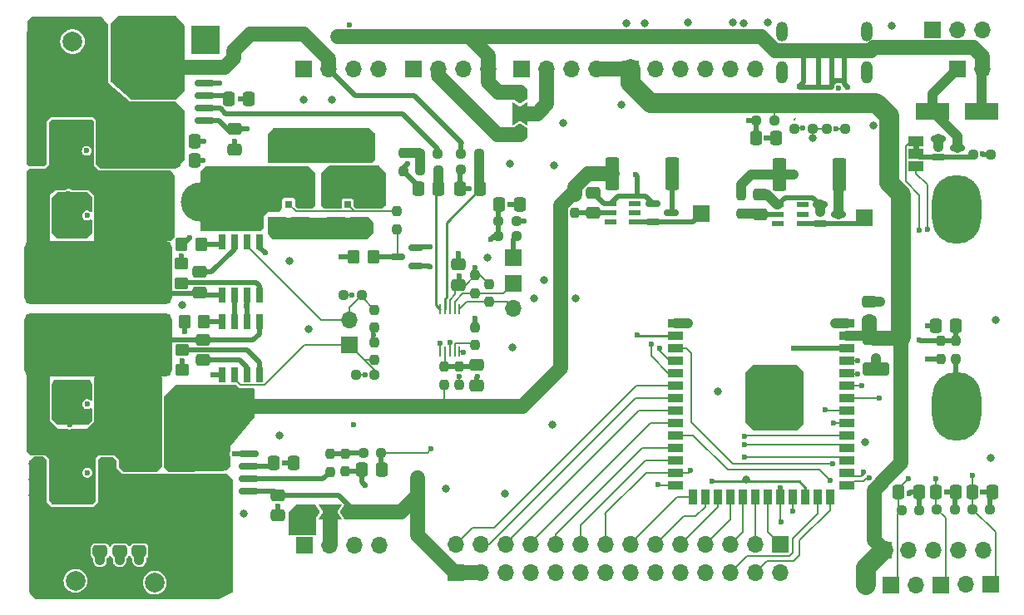
<source format=gbr>
%TF.GenerationSoftware,KiCad,Pcbnew,(6.0.1)*%
%TF.CreationDate,2022-09-27T15:52:50+02:00*%
%TF.ProjectId,WetterStationPCB,57657474-6572-4537-9461-74696f6e5043,rev?*%
%TF.SameCoordinates,Original*%
%TF.FileFunction,Copper,L4,Bot*%
%TF.FilePolarity,Positive*%
%FSLAX46Y46*%
G04 Gerber Fmt 4.6, Leading zero omitted, Abs format (unit mm)*
G04 Created by KiCad (PCBNEW (6.0.1)) date 2022-09-27 15:52:50*
%MOMM*%
%LPD*%
G01*
G04 APERTURE LIST*
G04 Aperture macros list*
%AMRoundRect*
0 Rectangle with rounded corners*
0 $1 Rounding radius*
0 $2 $3 $4 $5 $6 $7 $8 $9 X,Y pos of 4 corners*
0 Add a 4 corners polygon primitive as box body*
4,1,4,$2,$3,$4,$5,$6,$7,$8,$9,$2,$3,0*
0 Add four circle primitives for the rounded corners*
1,1,$1+$1,$2,$3*
1,1,$1+$1,$4,$5*
1,1,$1+$1,$6,$7*
1,1,$1+$1,$8,$9*
0 Add four rect primitives between the rounded corners*
20,1,$1+$1,$2,$3,$4,$5,0*
20,1,$1+$1,$4,$5,$6,$7,0*
20,1,$1+$1,$6,$7,$8,$9,0*
20,1,$1+$1,$8,$9,$2,$3,0*%
%AMFreePoly0*
4,1,6,1.000000,0.000000,0.500000,-0.750000,-0.500000,-0.750000,-0.500000,0.750000,0.500000,0.750000,1.000000,0.000000,1.000000,0.000000,$1*%
%AMFreePoly1*
4,1,7,0.700000,0.000000,1.200000,-0.750000,-1.200000,-0.750000,-0.700000,0.000000,-1.200000,0.750000,1.200000,0.750000,0.700000,0.000000,0.700000,0.000000,$1*%
G04 Aperture macros list end*
%TA.AperFunction,ComponentPad*%
%ADD10R,1.700000X1.700000*%
%TD*%
%TA.AperFunction,ComponentPad*%
%ADD11O,1.700000X1.700000*%
%TD*%
%TA.AperFunction,ComponentPad*%
%ADD12R,2.000000X2.000000*%
%TD*%
%TA.AperFunction,ComponentPad*%
%ADD13C,2.000000*%
%TD*%
%TA.AperFunction,ComponentPad*%
%ADD14RoundRect,0.650000X6.850000X2.600000X-6.850000X2.600000X-6.850000X-2.600000X6.850000X-2.600000X0*%
%TD*%
%TA.AperFunction,ComponentPad*%
%ADD15O,1.200000X2.000000*%
%TD*%
%TA.AperFunction,ComponentPad*%
%ADD16O,1.200000X2.300000*%
%TD*%
%TA.AperFunction,ComponentPad*%
%ADD17R,3.000000X3.000000*%
%TD*%
%TA.AperFunction,ComponentPad*%
%ADD18C,3.000000*%
%TD*%
%TA.AperFunction,ComponentPad*%
%ADD19C,4.000000*%
%TD*%
%TA.AperFunction,ComponentPad*%
%ADD20O,5.000000X7.000000*%
%TD*%
%TA.AperFunction,SMDPad,CuDef*%
%ADD21RoundRect,0.150000X0.587500X0.150000X-0.587500X0.150000X-0.587500X-0.150000X0.587500X-0.150000X0*%
%TD*%
%TA.AperFunction,SMDPad,CuDef*%
%ADD22RoundRect,0.237500X-0.237500X0.250000X-0.237500X-0.250000X0.237500X-0.250000X0.237500X0.250000X0*%
%TD*%
%TA.AperFunction,SMDPad,CuDef*%
%ADD23RoundRect,0.250000X-0.450000X0.350000X-0.450000X-0.350000X0.450000X-0.350000X0.450000X0.350000X0*%
%TD*%
%TA.AperFunction,SMDPad,CuDef*%
%ADD24RoundRect,0.237500X0.250000X0.237500X-0.250000X0.237500X-0.250000X-0.237500X0.250000X-0.237500X0*%
%TD*%
%TA.AperFunction,SMDPad,CuDef*%
%ADD25RoundRect,0.250000X0.337500X0.475000X-0.337500X0.475000X-0.337500X-0.475000X0.337500X-0.475000X0*%
%TD*%
%TA.AperFunction,SMDPad,CuDef*%
%ADD26RoundRect,0.237500X-0.250000X-0.237500X0.250000X-0.237500X0.250000X0.237500X-0.250000X0.237500X0*%
%TD*%
%TA.AperFunction,SMDPad,CuDef*%
%ADD27RoundRect,0.250000X-0.475000X0.337500X-0.475000X-0.337500X0.475000X-0.337500X0.475000X0.337500X0*%
%TD*%
%TA.AperFunction,SMDPad,CuDef*%
%ADD28RoundRect,0.249999X-0.450001X-1.425001X0.450001X-1.425001X0.450001X1.425001X-0.450001X1.425001X0*%
%TD*%
%TA.AperFunction,SMDPad,CuDef*%
%ADD29RoundRect,0.150000X-0.825000X-0.150000X0.825000X-0.150000X0.825000X0.150000X-0.825000X0.150000X0*%
%TD*%
%TA.AperFunction,SMDPad,CuDef*%
%ADD30RoundRect,0.250000X0.350000X0.450000X-0.350000X0.450000X-0.350000X-0.450000X0.350000X-0.450000X0*%
%TD*%
%TA.AperFunction,SMDPad,CuDef*%
%ADD31RoundRect,0.250000X-0.337500X-0.475000X0.337500X-0.475000X0.337500X0.475000X-0.337500X0.475000X0*%
%TD*%
%TA.AperFunction,SMDPad,CuDef*%
%ADD32RoundRect,0.250000X-0.350000X-0.450000X0.350000X-0.450000X0.350000X0.450000X-0.350000X0.450000X0*%
%TD*%
%TA.AperFunction,SMDPad,CuDef*%
%ADD33R,1.500000X1.000000*%
%TD*%
%TA.AperFunction,SMDPad,CuDef*%
%ADD34RoundRect,0.237500X0.237500X-0.250000X0.237500X0.250000X-0.237500X0.250000X-0.237500X-0.250000X0*%
%TD*%
%TA.AperFunction,SMDPad,CuDef*%
%ADD35FreePoly0,180.000000*%
%TD*%
%TA.AperFunction,SMDPad,CuDef*%
%ADD36FreePoly1,180.000000*%
%TD*%
%TA.AperFunction,SMDPad,CuDef*%
%ADD37FreePoly0,0.000000*%
%TD*%
%TA.AperFunction,SMDPad,CuDef*%
%ADD38RoundRect,0.250000X0.450000X-0.350000X0.450000X0.350000X-0.450000X0.350000X-0.450000X-0.350000X0*%
%TD*%
%TA.AperFunction,SMDPad,CuDef*%
%ADD39R,1.850000X0.900000*%
%TD*%
%TA.AperFunction,SMDPad,CuDef*%
%ADD40R,0.750000X0.750000*%
%TD*%
%TA.AperFunction,SMDPad,CuDef*%
%ADD41R,0.870000X1.450000*%
%TD*%
%TA.AperFunction,SMDPad,CuDef*%
%ADD42RoundRect,0.150000X-0.587500X-0.150000X0.587500X-0.150000X0.587500X0.150000X-0.587500X0.150000X0*%
%TD*%
%TA.AperFunction,SMDPad,CuDef*%
%ADD43RoundRect,0.250000X0.475000X-0.337500X0.475000X0.337500X-0.475000X0.337500X-0.475000X-0.337500X0*%
%TD*%
%TA.AperFunction,SMDPad,CuDef*%
%ADD44R,0.700000X1.525000*%
%TD*%
%TA.AperFunction,SMDPad,CuDef*%
%ADD45R,1.150000X0.600000*%
%TD*%
%TA.AperFunction,SMDPad,CuDef*%
%ADD46R,0.250000X1.100000*%
%TD*%
%TA.AperFunction,SMDPad,CuDef*%
%ADD47R,1.500000X0.900000*%
%TD*%
%TA.AperFunction,SMDPad,CuDef*%
%ADD48R,0.900000X1.500000*%
%TD*%
%TA.AperFunction,SMDPad,CuDef*%
%ADD49R,0.900000X0.900000*%
%TD*%
%TA.AperFunction,SMDPad,CuDef*%
%ADD50R,3.500000X1.800000*%
%TD*%
%TA.AperFunction,SMDPad,CuDef*%
%ADD51RoundRect,0.250000X-1.100000X0.412500X-1.100000X-0.412500X1.100000X-0.412500X1.100000X0.412500X0*%
%TD*%
%TA.AperFunction,SMDPad,CuDef*%
%ADD52FreePoly0,270.000000*%
%TD*%
%TA.AperFunction,SMDPad,CuDef*%
%ADD53FreePoly1,270.000000*%
%TD*%
%TA.AperFunction,SMDPad,CuDef*%
%ADD54FreePoly0,90.000000*%
%TD*%
%TA.AperFunction,ViaPad*%
%ADD55C,0.600000*%
%TD*%
%TA.AperFunction,ViaPad*%
%ADD56C,0.800000*%
%TD*%
%TA.AperFunction,Conductor*%
%ADD57C,0.200000*%
%TD*%
%TA.AperFunction,Conductor*%
%ADD58C,0.250000*%
%TD*%
%TA.AperFunction,Conductor*%
%ADD59C,2.000000*%
%TD*%
%TA.AperFunction,Conductor*%
%ADD60C,1.500000*%
%TD*%
%TA.AperFunction,Conductor*%
%ADD61C,0.500000*%
%TD*%
%TA.AperFunction,Conductor*%
%ADD62C,1.000000*%
%TD*%
G04 APERTURE END LIST*
%TO.C,JP6*%
G36*
X108157500Y-117900000D02*
G01*
X107557500Y-117900000D01*
X107557500Y-117400000D01*
X108157500Y-117400000D01*
X108157500Y-117900000D01*
G37*
%TD*%
D10*
%TO.P,J1,1,Pin_1*%
%TO.N,IO9*%
X50175000Y-137750000D03*
D11*
%TO.P,J1,2,Pin_2*%
%TO.N,IO8*%
X50175000Y-135210000D03*
%TD*%
D12*
%TO.P,C33,1*%
%TO.N,VCC*%
X22300000Y-156800000D03*
D13*
%TO.P,C33,2*%
%TO.N,GND*%
X22300000Y-161800000D03*
%TD*%
D10*
%TO.P,J16,1,Pin_1*%
%TO.N,Net-(D1-Pad2)*%
X112064729Y-109628803D03*
D11*
%TO.P,J16,2,Pin_2*%
%TO.N,+5V*%
X114604729Y-109628803D03*
%TD*%
D10*
%TO.P,J13,1,Pin_1*%
%TO.N,IO6*%
X105289398Y-162238140D03*
D11*
%TO.P,J13,2,Pin_2*%
%TO.N,+3V3*%
X102749398Y-162238140D03*
%TD*%
D10*
%TO.P,J2,1,Pin_1*%
%TO.N,+5V*%
X61000000Y-160975000D03*
D11*
%TO.P,J2,2,Pin_2*%
X63540000Y-160975000D03*
%TO.P,J2,3,Pin_3*%
%TO.N,GND*%
X66080000Y-160975000D03*
%TO.P,J2,4,Pin_4*%
X68620000Y-160975000D03*
%TO.P,J2,5,Pin_5*%
%TO.N,+3V3*%
X71160000Y-160975000D03*
%TO.P,J2,6,Pin_6*%
X73700000Y-160975000D03*
%TO.P,J2,7,Pin_7*%
%TO.N,GND*%
X76240000Y-160975000D03*
%TO.P,J2,8,Pin_8*%
X78780000Y-160975000D03*
%TO.P,J2,9,Pin_9*%
%TO.N,IO15*%
X81320000Y-160975000D03*
%TO.P,J2,10,Pin_10*%
%TO.N,IO16*%
X83860000Y-160975000D03*
%TO.P,J2,11,Pin_11*%
%TO.N,IO11*%
X86400000Y-160975000D03*
%TO.P,J2,12,Pin_12*%
%TO.N,IO46*%
X88940000Y-160975000D03*
%TO.P,J2,13,Pin_13*%
%TO.N,IO3*%
X91480000Y-160975000D03*
%TO.P,J2,14,Pin_14*%
%TO.N,GND*%
X94020000Y-160975000D03*
%TD*%
D10*
%TO.P,J6,1,Pin_1*%
%TO.N,IO17*%
X66900000Y-131500000D03*
D11*
%TO.P,J6,2,Pin_2*%
%TO.N,IO18*%
X66900000Y-134040000D03*
%TD*%
D10*
%TO.P,J4,1,Pin_1*%
%TO.N,+3V3*%
X78780000Y-109675000D03*
D11*
%TO.P,J4,2,Pin_2*%
%TO.N,GND*%
X81320000Y-109675000D03*
%TO.P,J4,3,Pin_3*%
%TO.N,IO0*%
X83860000Y-109675000D03*
%TO.P,J4,4,Pin_4*%
%TO.N,RXD0*%
X86400000Y-109675000D03*
%TO.P,J4,5,Pin_5*%
%TO.N,TXD0*%
X88940000Y-109675000D03*
%TO.P,J4,6,Pin_6*%
%TO.N,EN*%
X91480000Y-109675000D03*
%TD*%
D10*
%TO.P,U7,1,EN*%
%TO.N,Net-(U7-Pad1)*%
X67705000Y-109700000D03*
D11*
%TO.P,U7,2,Vin*%
%TO.N,Net-(JP3-Pad2)*%
X70245000Y-109700000D03*
%TO.P,U7,3,GND*%
%TO.N,GND*%
X72785000Y-109700000D03*
%TO.P,U7,4,Vout*%
%TO.N,+3V3*%
X75325000Y-109700000D03*
%TD*%
D10*
%TO.P,U4,1,EN*%
%TO.N,Net-(U4-Pad1)*%
X45505000Y-109700000D03*
D11*
%TO.P,U4,2,Vin*%
%TO.N,+VSW*%
X48045000Y-109700000D03*
%TO.P,U4,3,GND*%
%TO.N,GND*%
X50585000Y-109700000D03*
%TO.P,U4,4,Vout*%
%TO.N,Net-(JP2-Pad2)*%
X53125000Y-109700000D03*
%TD*%
D10*
%TO.P,J15,1,Pin_1*%
%TO.N,IO4*%
X115475000Y-162200000D03*
D11*
%TO.P,J15,2,Pin_2*%
%TO.N,+3V3*%
X112935000Y-162200000D03*
%TD*%
D10*
%TO.P,U5,1,EN*%
%TO.N,Net-(U5-Pad1)*%
X56705000Y-109700000D03*
D11*
%TO.P,U5,2,Vin*%
%TO.N,VCC*%
X59245000Y-109700000D03*
%TO.P,U5,3,GND*%
%TO.N,GND*%
X61785000Y-109700000D03*
%TO.P,U5,4,Vout*%
%TO.N,+5V*%
X64325000Y-109700000D03*
%TD*%
D12*
%TO.P,C21,1*%
%TO.N,/BuckBoost/+Vin*%
X22000000Y-111867677D03*
D13*
%TO.P,C21,2*%
%TO.N,GND*%
X22000000Y-106867677D03*
%TD*%
D12*
%TO.P,C28,1*%
%TO.N,VCC*%
X35367677Y-162000000D03*
D13*
%TO.P,C28,2*%
%TO.N,GND*%
X30367677Y-162000000D03*
%TD*%
D10*
%TO.P,J8,1,Pin_1*%
%TO.N,Net-(U4-Pad1)*%
X109575000Y-105675000D03*
D11*
%TO.P,J8,2,Pin_2*%
%TO.N,Net-(U5-Pad1)*%
X112115000Y-105675000D03*
%TO.P,J8,3,Pin_3*%
%TO.N,Net-(U7-Pad1)*%
X114655000Y-105675000D03*
%TD*%
D10*
%TO.P,J14,1,Pin_1*%
%TO.N,IO5*%
X110383635Y-162239472D03*
D11*
%TO.P,J14,2,Pin_2*%
%TO.N,+3V3*%
X107843635Y-162239472D03*
%TD*%
D14*
%TO.P,L1,1,1*%
%TO.N,Phase_Buck*%
X24605000Y-130395000D03*
%TO.P,L1,2,2*%
%TO.N,Phase_Boost*%
X24605000Y-137795000D03*
%TD*%
D10*
%TO.P,J7,1,Pin_1*%
%TO.N,IO1*%
X66887500Y-128900000D03*
%TD*%
D15*
%TO.P,P1,S1,SHIELD*%
%TO.N,GND*%
X94180000Y-105835000D03*
D16*
X102820000Y-110005000D03*
D15*
X102820000Y-105835000D03*
D16*
X94180000Y-110005000D03*
%TD*%
D17*
%TO.P,J17,1,Pin_1*%
%TO.N,GND*%
X35540000Y-106700000D03*
D18*
%TO.P,J17,2,Pin_2*%
%TO.N,+VSW*%
X30460000Y-106700000D03*
%TD*%
D19*
%TO.P,BT1,1,+*%
%TO.N,Net-(BT1-Pad1)*%
X35000000Y-144750000D03*
X38000000Y-144000000D03*
%TO.P,BT1,2,-*%
%TO.N,Net-(BT1-Pad2)*%
X35000000Y-123250000D03*
X38000000Y-124000000D03*
D20*
%TO.P,BT1,3,Vsense*%
%TO.N,Net-(BT1-Pad3)*%
X112000000Y-124000000D03*
X112000000Y-144000000D03*
%TD*%
D10*
%TO.P,U1,1,EN*%
%TO.N,unconnected-(U1-Pad1)*%
X45600000Y-158200000D03*
D11*
%TO.P,U1,2,Vin*%
%TO.N,Net-(JP1-Pad2)*%
X48140000Y-158200000D03*
%TO.P,U1,3,GND*%
%TO.N,GND*%
X50680000Y-158200000D03*
%TO.P,U1,4,Vout*%
%TO.N,+12V*%
X53220000Y-158200000D03*
%TD*%
D10*
%TO.P,J3,1,Pin_1*%
%TO.N,+3V3*%
X104525000Y-158700000D03*
D11*
%TO.P,J3,2,Pin_2*%
%TO.N,IO10*%
X107065000Y-158700000D03*
%TO.P,J3,3,Pin_3*%
%TO.N,IO38*%
X109605000Y-158700000D03*
%TO.P,J3,4,Pin_4*%
%TO.N,IO2*%
X112145000Y-158700000D03*
%TO.P,J3,5,Pin_5*%
%TO.N,IO7*%
X114685000Y-158700000D03*
%TD*%
D10*
%TO.P,J5,1,Pin_1*%
%TO.N,IO12*%
X94000000Y-158100000D03*
D11*
%TO.P,J5,2,Pin_2*%
%TO.N,IO13*%
X91460000Y-158100000D03*
%TO.P,J5,3,Pin_3*%
%TO.N,IO14*%
X88920000Y-158100000D03*
%TO.P,J5,4,Pin_4*%
%TO.N,IO21*%
X86380000Y-158100000D03*
%TO.P,J5,5,Pin_5*%
%TO.N,IO47*%
X83840000Y-158100000D03*
%TO.P,J5,6,Pin_6*%
%TO.N,IO48*%
X81300000Y-158100000D03*
%TO.P,J5,7,Pin_7*%
%TO.N,IO45*%
X78760000Y-158100000D03*
%TO.P,J5,8,Pin_8*%
%TO.N,IO35*%
X76220000Y-158100000D03*
%TO.P,J5,9,Pin_9*%
%TO.N,IO36*%
X73680000Y-158100000D03*
%TO.P,J5,10,Pin_10*%
%TO.N,IO37*%
X71140000Y-158100000D03*
%TO.P,J5,11,Pin_11*%
%TO.N,IO39*%
X68600000Y-158100000D03*
%TO.P,J5,12,Pin_12*%
%TO.N,IO40*%
X66060000Y-158100000D03*
%TO.P,J5,13,Pin_13*%
%TO.N,IO41*%
X63520000Y-158100000D03*
%TO.P,J5,14,Pin_14*%
%TO.N,IO42*%
X60980000Y-158100000D03*
%TD*%
D21*
%TO.P,Q1,1,G*%
%TO.N,Net-(C10-Pad2)*%
X56937500Y-127850000D03*
%TO.P,Q1,2,S*%
%TO.N,GND*%
X56937500Y-129750000D03*
%TO.P,Q1,3,D*%
%TO.N,Net-(Q1-Pad3)*%
X55062500Y-128800000D03*
%TD*%
D22*
%TO.P,R24,1*%
%TO.N,IO12*%
X111900000Y-137387500D03*
%TO.P,R24,2*%
%TO.N,Net-(BT1-Pad3)*%
X111900000Y-139212500D03*
%TD*%
D23*
%TO.P,R35,1*%
%TO.N,Net-(Q10-Pad2)*%
X33100000Y-129500000D03*
%TO.P,R35,2*%
%TO.N,Buck_Low_NMOSFET*%
X33100000Y-131500000D03*
%TD*%
D24*
%TO.P,R5,1*%
%TO.N,Net-(C5-Pad1)*%
X59200000Y-120000000D03*
%TO.P,R5,2*%
%TO.N,Net-(R3-Pad2)*%
X57375000Y-120000000D03*
%TD*%
D25*
%TO.P,C7,1*%
%TO.N,Net-(C7-Pad1)*%
X53494866Y-150450824D03*
%TO.P,C7,2*%
%TO.N,GND*%
X51419866Y-150450824D03*
%TD*%
D26*
%TO.P,R7,1*%
%TO.N,GND*%
X61550000Y-119900000D03*
%TO.P,R7,2*%
%TO.N,Vin-Mesure*%
X63375000Y-119900000D03*
%TD*%
D22*
%TO.P,R18,1*%
%TO.N,Net-(BT1-Pad1)*%
X73100000Y-122487500D03*
%TO.P,R18,2*%
%TO.N,Net-(C13-Pad1)*%
X73100000Y-124312500D03*
%TD*%
D27*
%TO.P,C27,1*%
%TO.N,VCC*%
X28788699Y-156694548D03*
%TO.P,C27,2*%
%TO.N,GND*%
X28788699Y-158769548D03*
%TD*%
D28*
%TO.P,R20,1*%
%TO.N,Net-(BT1-Pad1)*%
X76950000Y-120300000D03*
%TO.P,R20,2*%
%TO.N,Net-(Q4-Pad3)*%
X83050000Y-120300000D03*
%TD*%
D29*
%TO.P,U2,1,IP+*%
%TO.N,/BuckBoost/+Vin*%
X30525000Y-114905000D03*
%TO.P,U2,2,IP+*%
X30525000Y-113635000D03*
%TO.P,U2,3,IP-*%
%TO.N,+VSW*%
X30525000Y-112365000D03*
%TO.P,U2,4,IP-*%
X30525000Y-111095000D03*
%TO.P,U2,5,GND*%
%TO.N,GND*%
X35475000Y-111095000D03*
%TO.P,U2,6,FILTER*%
%TO.N,Net-(C8-Pad1)*%
X35475000Y-112365000D03*
%TO.P,U2,7,VIOUT*%
%TO.N,I-IN*%
X35475000Y-113635000D03*
%TO.P,U2,8,VCC*%
%TO.N,+5V*%
X35475000Y-114905000D03*
%TD*%
D24*
%TO.P,R15,1*%
%TO.N,+3V3*%
X67200000Y-125200000D03*
%TO.P,R15,2*%
%TO.N,Net-(C10-Pad2)*%
X65375000Y-125200000D03*
%TD*%
D25*
%TO.P,C4,1*%
%TO.N,Vin-Mesure*%
X63500000Y-121900000D03*
%TO.P,C4,2*%
%TO.N,GND*%
X61425000Y-121900000D03*
%TD*%
%TO.P,C5,1*%
%TO.N,Net-(C5-Pad1)*%
X59261962Y-121891118D03*
%TO.P,C5,2*%
%TO.N,GND*%
X57186962Y-121891118D03*
%TD*%
D26*
%TO.P,R14,1*%
%TO.N,Net-(C10-Pad2)*%
X65375000Y-126700000D03*
%TO.P,R14,2*%
%TO.N,IO1*%
X67200000Y-126700000D03*
%TD*%
D28*
%TO.P,R21,1*%
%TO.N,Net-(BT1-Pad3)*%
X93987500Y-120450000D03*
%TO.P,R21,2*%
%TO.N,Net-(Q5-Pad3)*%
X100087500Y-120450000D03*
%TD*%
D30*
%TO.P,R16,1*%
%TO.N,Net-(Q1-Pad3)*%
X52600000Y-128800000D03*
%TO.P,R16,2*%
%TO.N,+12V*%
X50600000Y-128800000D03*
%TD*%
D10*
%TO.P,J10,1,Pin_1*%
%TO.N,Net-(IC2-Pad6)*%
X86000000Y-124398209D03*
%TD*%
D31*
%TO.P,C8,1*%
%TO.N,Net-(C8-Pad1)*%
X37900000Y-112700000D03*
%TO.P,C8,2*%
%TO.N,GND*%
X39975000Y-112700000D03*
%TD*%
D32*
%TO.P,R39,1*%
%TO.N,Net-(Q14-Pad2)*%
X33400000Y-135400000D03*
%TO.P,R39,2*%
%TO.N,Boost_Low_NMOSFET*%
X35400000Y-135400000D03*
%TD*%
D31*
%TO.P,C16,1*%
%TO.N,IO6*%
X106062500Y-152800000D03*
%TO.P,C16,2*%
%TO.N,GND*%
X108137500Y-152800000D03*
%TD*%
D33*
%TO.P,JP6,1,A*%
%TO.N,IO35*%
X107857500Y-117000000D03*
%TO.P,JP6,2,C*%
%TO.N,Net-(JP6-Pad2)*%
X107857500Y-118300000D03*
%TO.P,JP6,3,B*%
%TO.N,IO11*%
X107857500Y-119600000D03*
%TD*%
D22*
%TO.P,R19,1*%
%TO.N,Net-(BT1-Pad3)*%
X90037500Y-122537500D03*
%TO.P,R19,2*%
%TO.N,Net-(C14-Pad1)*%
X90037500Y-124362500D03*
%TD*%
D25*
%TO.P,C1,1*%
%TO.N,GND*%
X93637500Y-116700000D03*
%TO.P,C1,2*%
%TO.N,EN*%
X91562500Y-116700000D03*
%TD*%
D24*
%TO.P,R10,1*%
%TO.N,Net-(C7-Pad1)*%
X53433644Y-148800000D03*
%TO.P,R10,2*%
%TO.N,Net-(R10-Pad2)*%
X51608644Y-148800000D03*
%TD*%
D29*
%TO.P,U6,1,IP+*%
%TO.N,VCC*%
X35025000Y-152705000D03*
%TO.P,U6,2,IP+*%
X35025000Y-151435000D03*
%TO.P,U6,3,IP-*%
%TO.N,Net-(BT1-Pad1)*%
X35025000Y-150165000D03*
%TO.P,U6,4,IP-*%
X35025000Y-148895000D03*
%TO.P,U6,5,GND*%
%TO.N,GND*%
X39975000Y-148895000D03*
%TO.P,U6,6,FILTER*%
%TO.N,Net-(C12-Pad1)*%
X39975000Y-150165000D03*
%TO.P,U6,7,VIOUT*%
%TO.N,I-Out*%
X39975000Y-151435000D03*
%TO.P,U6,8,VCC*%
%TO.N,+5V*%
X39975000Y-152705000D03*
%TD*%
D25*
%TO.P,C10,1*%
%TO.N,GND*%
X67525000Y-123500000D03*
%TO.P,C10,2*%
%TO.N,Net-(C10-Pad2)*%
X65450000Y-123500000D03*
%TD*%
D24*
%TO.P,R6,1*%
%TO.N,Vin-Mesure*%
X63377228Y-118278860D03*
%TO.P,R6,2*%
%TO.N,+VSW*%
X61552228Y-118278860D03*
%TD*%
D34*
%TO.P,R17,1*%
%TO.N,Net-(Q1-Pad3)*%
X55000000Y-126000000D03*
%TO.P,R17,2*%
%TO.N,Net-(Q2-Pad2)*%
X55000000Y-124175000D03*
%TD*%
%TO.P,R25,1*%
%TO.N,GND*%
X110400000Y-139212500D03*
%TO.P,R25,2*%
%TO.N,IO12*%
X110400000Y-137387500D03*
%TD*%
D24*
%TO.P,R36,1*%
%TO.N,IO8*%
X51412500Y-132700000D03*
%TO.P,R36,2*%
%TO.N,GND*%
X49587500Y-132700000D03*
%TD*%
D35*
%TO.P,JP1,1,A*%
%TO.N,+5V*%
X50200000Y-154800000D03*
D36*
%TO.P,JP1,2,C*%
%TO.N,Net-(JP1-Pad2)*%
X48200000Y-154800000D03*
D37*
%TO.P,JP1,3,B*%
%TO.N,+3V3*%
X46200000Y-154800000D03*
%TD*%
D38*
%TO.P,R38,1*%
%TO.N,Net-(Q13-Pad2)*%
X33200000Y-140300000D03*
%TO.P,R38,2*%
%TO.N,Boost_High_NMOSFET*%
X33200000Y-138300000D03*
%TD*%
D39*
%TO.P,Q3,1,D*%
%TO.N,Net-(Q2-Pad1)*%
X42825000Y-118800000D03*
X42825000Y-125200000D03*
X45175000Y-118800000D03*
X45175000Y-125200000D03*
D40*
%TO.P,Q3,2,G*%
%TO.N,Net-(Q2-Pad2)*%
X44000000Y-123450000D03*
D41*
%TO.P,Q3,3,S*%
%TO.N,Net-(BT1-Pad2)*%
X44610000Y-121700000D03*
X43390000Y-121700000D03*
%TD*%
D42*
%TO.P,Q6,1,G*%
%TO.N,Net-(JP6-Pad2)*%
X110162500Y-118650000D03*
%TO.P,Q6,2,S*%
%TO.N,GND*%
X110162500Y-116750000D03*
%TO.P,Q6,3,D*%
%TO.N,Net-(D1-Pad2)*%
X112037500Y-117700000D03*
%TD*%
D43*
%TO.P,C13,1*%
%TO.N,Net-(C13-Pad1)*%
X75000000Y-124337500D03*
%TO.P,C13,2*%
%TO.N,Net-(BT1-Pad3)*%
X75000000Y-122262500D03*
%TD*%
D25*
%TO.P,C18,1*%
%TO.N,IO12*%
X111937500Y-135800000D03*
%TO.P,C18,2*%
%TO.N,GND*%
X109862500Y-135800000D03*
%TD*%
D42*
%TO.P,Q4,1,G*%
%TO.N,Net-(IC2-Pad6)*%
X81062500Y-125250000D03*
%TO.P,Q4,2,S*%
%TO.N,Net-(BT1-Pad3)*%
X81062500Y-123350000D03*
%TO.P,Q4,3,D*%
%TO.N,Net-(Q4-Pad3)*%
X82937500Y-124300000D03*
%TD*%
D27*
%TO.P,C25,1*%
%TO.N,Phase_Boost*%
X35300000Y-137262500D03*
%TO.P,C25,2*%
%TO.N,Net-(C25-Pad2)*%
X35300000Y-139337500D03*
%TD*%
D39*
%TO.P,Q2,1,D*%
%TO.N,Net-(Q2-Pad1)*%
X51175000Y-118800000D03*
X51175000Y-125200000D03*
X48825000Y-125200000D03*
X48825000Y-118800000D03*
D40*
%TO.P,Q2,2,G*%
%TO.N,Net-(Q2-Pad2)*%
X50000000Y-123450000D03*
D41*
%TO.P,Q2,3,S*%
%TO.N,GND*%
X49390000Y-121700000D03*
X50610000Y-121700000D03*
%TD*%
D42*
%TO.P,Q5,1,G*%
%TO.N,Net-(IC3-Pad6)*%
X98100000Y-125400000D03*
%TO.P,Q5,2,S*%
%TO.N,GND*%
X98100000Y-123500000D03*
%TO.P,Q5,3,D*%
%TO.N,Net-(Q5-Pad3)*%
X99975000Y-124450000D03*
%TD*%
D32*
%TO.P,R34,1*%
%TO.N,Net-(Q9-Pad2)*%
X33100000Y-127500000D03*
%TO.P,R34,2*%
%TO.N,Buck_High_NMOSFET*%
X35100000Y-127500000D03*
%TD*%
D44*
%TO.P,IC5,1,UGATE*%
%TO.N,Boost_High_NMOSFET*%
X41005000Y-140812000D03*
%TO.P,IC5,2,BOOT*%
%TO.N,Net-(C25-Pad2)*%
X39735000Y-140812000D03*
%TO.P,IC5,3,PWM*%
%TO.N,IO9*%
X38465000Y-140812000D03*
%TO.P,IC5,4,GND*%
%TO.N,GND*%
X37195000Y-140812000D03*
%TO.P,IC5,5,LGATE*%
%TO.N,Boost_Low_NMOSFET*%
X37195000Y-135388000D03*
%TO.P,IC5,6,VCC*%
%TO.N,+12V*%
X38465000Y-135388000D03*
%TO.P,IC5,7,PVCC*%
X39735000Y-135388000D03*
%TO.P,IC5,8,PHASE*%
%TO.N,Phase_Boost*%
X41005000Y-135388000D03*
%TD*%
D24*
%TO.P,R26,1*%
%TO.N,GND*%
X108212500Y-154600000D03*
%TO.P,R26,2*%
%TO.N,IO6*%
X106387500Y-154600000D03*
%TD*%
D45*
%TO.P,IC3,1,NC_1*%
%TO.N,unconnected-(IC3-Pad1)*%
X93787500Y-125400000D03*
%TO.P,IC3,2,VDD*%
%TO.N,Net-(C14-Pad1)*%
X93787500Y-124450000D03*
%TO.P,IC3,3,VSS*%
%TO.N,GND*%
X93787500Y-123500000D03*
%TO.P,IC3,4,NC_2*%
%TO.N,unconnected-(IC3-Pad4)*%
X96287500Y-123500000D03*
%TO.P,IC3,5,NC_3*%
%TO.N,unconnected-(IC3-Pad5)*%
X96287500Y-124450000D03*
%TO.P,IC3,6,OUT*%
%TO.N,Net-(IC3-Pad6)*%
X96287500Y-125400000D03*
%TD*%
D24*
%TO.P,R30,1*%
%TO.N,GND*%
X115477753Y-118365674D03*
%TO.P,R30,2*%
%TO.N,Net-(JP6-Pad2)*%
X113652753Y-118365674D03*
%TD*%
D31*
%TO.P,C19,1*%
%TO.N,/BuckBoost/+Vin*%
X32361722Y-118990647D03*
%TO.P,C19,2*%
%TO.N,GND*%
X34436722Y-118990647D03*
%TD*%
%TO.P,C20,1*%
%TO.N,IO4*%
X113562500Y-152800000D03*
%TO.P,C20,2*%
%TO.N,GND*%
X115637500Y-152800000D03*
%TD*%
%TO.P,C22,1*%
%TO.N,/BuckBoost/+Vin*%
X32362500Y-117000000D03*
%TO.P,C22,2*%
%TO.N,GND*%
X34437500Y-117000000D03*
%TD*%
D22*
%TO.P,R22,1*%
%TO.N,Vout-Mesure*%
X61400000Y-139987500D03*
%TO.P,R22,2*%
%TO.N,GND*%
X61400000Y-141812500D03*
%TD*%
D43*
%TO.P,C9,1*%
%TO.N,+3V3*%
X61300000Y-131675000D03*
%TO.P,C9,2*%
%TO.N,GND*%
X61300000Y-129600000D03*
%TD*%
D22*
%TO.P,R9,1*%
%TO.N,Net-(R10-Pad2)*%
X49750888Y-148840468D03*
%TO.P,R9,2*%
%TO.N,GND*%
X49750888Y-150665468D03*
%TD*%
D31*
%TO.P,C17,1*%
%TO.N,IO5*%
X109862500Y-152800000D03*
%TO.P,C17,2*%
%TO.N,GND*%
X111937500Y-152800000D03*
%TD*%
D22*
%TO.P,R4,1*%
%TO.N,Net-(R3-Pad2)*%
X55703291Y-118253689D03*
%TO.P,R4,2*%
%TO.N,GND*%
X55703291Y-120078689D03*
%TD*%
D24*
%TO.P,R27,1*%
%TO.N,GND*%
X111812500Y-154500000D03*
%TO.P,R27,2*%
%TO.N,IO5*%
X109987500Y-154500000D03*
%TD*%
D46*
%TO.P,U3,1,ADDR*%
%TO.N,GND*%
X61400000Y-138450000D03*
%TO.P,U3,2,ALERT/RDY*%
%TO.N,Net-(R11-Pad1)*%
X60900000Y-138450000D03*
%TO.P,U3,3,GND*%
%TO.N,GND*%
X60400000Y-138450000D03*
%TO.P,U3,4,AIN0*%
%TO.N,Vout-Mesure*%
X59900000Y-138450000D03*
%TO.P,U3,5,AIN1*%
%TO.N,Net-(C7-Pad1)*%
X59400000Y-138450000D03*
%TO.P,U3,6,AIN2*%
%TO.N,Net-(C5-Pad1)*%
X59400000Y-134150000D03*
%TO.P,U3,7,AIN3*%
%TO.N,Vin-Mesure*%
X59900000Y-134150000D03*
%TO.P,U3,8,VDD*%
%TO.N,+3V3*%
X60400000Y-134150000D03*
%TO.P,U3,9,SDA*%
%TO.N,IO17*%
X60900000Y-134150000D03*
%TO.P,U3,10,SCL*%
%TO.N,IO18*%
X61400000Y-134150000D03*
%TD*%
D27*
%TO.P,C6,1*%
%TO.N,+5V*%
X38500000Y-115800000D03*
%TO.P,C6,2*%
%TO.N,GND*%
X38500000Y-117875000D03*
%TD*%
D26*
%TO.P,R29,1*%
%TO.N,GND*%
X98787500Y-115756250D03*
%TO.P,R29,2*%
%TO.N,Net-(P1-PadA5)*%
X100612500Y-115756250D03*
%TD*%
D22*
%TO.P,R32,1*%
%TO.N,IO8*%
X52700000Y-134187500D03*
%TO.P,R32,2*%
%TO.N,+3V3*%
X52700000Y-136012500D03*
%TD*%
D27*
%TO.P,C11,1*%
%TO.N,+5V*%
X42900000Y-153062500D03*
%TO.P,C11,2*%
%TO.N,GND*%
X42900000Y-155137500D03*
%TD*%
D47*
%TO.P,IC1,1,GND_1*%
%TO.N,GND*%
X100850000Y-135540000D03*
%TO.P,IC1,2,3V3*%
%TO.N,+3V3*%
X100850000Y-136810000D03*
%TO.P,IC1,3,EN*%
%TO.N,EN*%
X100850000Y-138080000D03*
%TO.P,IC1,4,IO4*%
%TO.N,IO4*%
X100850000Y-139350000D03*
%TO.P,IC1,5,IO5*%
%TO.N,IO5*%
X100850000Y-140620000D03*
%TO.P,IC1,6,IO6*%
%TO.N,IO6*%
X100850000Y-141890000D03*
%TO.P,IC1,7,IO7*%
%TO.N,IO7*%
X100850000Y-143160000D03*
%TO.P,IC1,8,IO15*%
%TO.N,IO15*%
X100850000Y-144430000D03*
%TO.P,IC1,9,IO16*%
%TO.N,IO16*%
X100850000Y-145700000D03*
%TO.P,IC1,10,IO17*%
%TO.N,IO17*%
X100850000Y-146970000D03*
%TO.P,IC1,11,IO18*%
%TO.N,IO18*%
X100850000Y-148240000D03*
%TO.P,IC1,12,IO8*%
%TO.N,IO8*%
X100850000Y-149510000D03*
%TO.P,IC1,13,IO19*%
%TO.N,D-*%
X100850000Y-150780000D03*
%TO.P,IC1,14,IO20*%
%TO.N,D+*%
X100850000Y-152050000D03*
D48*
%TO.P,IC1,15,IO3*%
%TO.N,IO3*%
X99085000Y-153300000D03*
%TO.P,IC1,16,IO46*%
%TO.N,IO46*%
X97815000Y-153300000D03*
%TO.P,IC1,17,IO9*%
%TO.N,IO9*%
X96545000Y-153300000D03*
%TO.P,IC1,18,IO10*%
%TO.N,IO10*%
X95275000Y-153300000D03*
%TO.P,IC1,19,IO11*%
%TO.N,IO11*%
X94005000Y-153300000D03*
%TO.P,IC1,20,IO12*%
%TO.N,IO12*%
X92735000Y-153300000D03*
%TO.P,IC1,21,IO13*%
%TO.N,IO13*%
X91465000Y-153300000D03*
%TO.P,IC1,22,IO14*%
%TO.N,IO14*%
X90195000Y-153300000D03*
%TO.P,IC1,23,IO21*%
%TO.N,IO21*%
X88925000Y-153300000D03*
%TO.P,IC1,24,IO47*%
%TO.N,IO47*%
X87655000Y-153300000D03*
%TO.P,IC1,25,IO48*%
%TO.N,IO48*%
X86385000Y-153300000D03*
%TO.P,IC1,26,IO45*%
%TO.N,IO45*%
X85115000Y-153300000D03*
D47*
%TO.P,IC1,27,IO0*%
%TO.N,IO0*%
X83350000Y-152050000D03*
%TO.P,IC1,28,IO35*%
%TO.N,IO35*%
X83350000Y-150780000D03*
%TO.P,IC1,29,IO36*%
%TO.N,IO36*%
X83350000Y-149510000D03*
%TO.P,IC1,30,IO37*%
%TO.N,IO37*%
X83350000Y-148240000D03*
%TO.P,IC1,31,IO38*%
%TO.N,IO38*%
X83350000Y-146970000D03*
%TO.P,IC1,32,IO39*%
%TO.N,IO39*%
X83350000Y-145700000D03*
%TO.P,IC1,33,IO40*%
%TO.N,IO40*%
X83350000Y-144430000D03*
%TO.P,IC1,34,IO41*%
%TO.N,IO41*%
X83350000Y-143160000D03*
%TO.P,IC1,35,IO42*%
%TO.N,IO42*%
X83350000Y-141890000D03*
%TO.P,IC1,36,RXD0*%
%TO.N,RXD0*%
X83350000Y-140620000D03*
%TO.P,IC1,37,TXD0*%
%TO.N,TXD0*%
X83350000Y-139350000D03*
%TO.P,IC1,38,IO2*%
%TO.N,IO2*%
X83350000Y-138080000D03*
%TO.P,IC1,39,IO1*%
%TO.N,IO1*%
X83350000Y-136810000D03*
%TO.P,IC1,40,GND_2*%
%TO.N,GND*%
X83350000Y-135540000D03*
D49*
%TO.P,IC1,41,GND_3*%
X93600000Y-143260000D03*
%TO.P,IC1,42,GND_4*%
X93600000Y-141860000D03*
%TO.P,IC1,43,GND_5*%
X95000000Y-141860000D03*
%TO.P,IC1,44,GND_6*%
X95000000Y-143260000D03*
%TO.P,IC1,45,GND_7*%
X95000000Y-144660000D03*
%TO.P,IC1,46,GND_8*%
X93600000Y-144660000D03*
%TO.P,IC1,47,GND_9*%
X92200000Y-144660000D03*
%TO.P,IC1,48,GND_10*%
X92200000Y-143260000D03*
%TO.P,IC1,49,GND_11*%
X92200000Y-141860000D03*
%TD*%
D31*
%TO.P,C12,1*%
%TO.N,Net-(C12-Pad1)*%
X42462500Y-149800000D03*
%TO.P,C12,2*%
%TO.N,GND*%
X44537500Y-149800000D03*
%TD*%
D27*
%TO.P,C23,1*%
%TO.N,VCC*%
X24800000Y-156700000D03*
%TO.P,C23,2*%
%TO.N,GND*%
X24800000Y-158775000D03*
%TD*%
D43*
%TO.P,C24,1*%
%TO.N,Phase_Buck*%
X34900000Y-132437500D03*
%TO.P,C24,2*%
%TO.N,Net-(C24-Pad2)*%
X34900000Y-130362500D03*
%TD*%
%TO.P,C14,1*%
%TO.N,Net-(C14-Pad1)*%
X92037500Y-124487500D03*
%TO.P,C14,2*%
%TO.N,GND*%
X92037500Y-122412500D03*
%TD*%
D34*
%TO.P,R12,1*%
%TO.N,IO18*%
X64400000Y-133412500D03*
%TO.P,R12,2*%
%TO.N,+3V3*%
X64400000Y-131587500D03*
%TD*%
%TO.P,R11,1*%
%TO.N,Net-(R11-Pad1)*%
X63000000Y-137812500D03*
%TO.P,R11,2*%
%TO.N,+3V3*%
X63000000Y-135987500D03*
%TD*%
D50*
%TO.P,D1,1,K*%
%TO.N,+5V*%
X114500000Y-114000000D03*
%TO.P,D1,2,A*%
%TO.N,Net-(D1-Pad2)*%
X109500000Y-114000000D03*
%TD*%
D45*
%TO.P,IC2,1,NC_1*%
%TO.N,unconnected-(IC2-Pad1)*%
X76750000Y-125250000D03*
%TO.P,IC2,2,VDD*%
%TO.N,Net-(C13-Pad1)*%
X76750000Y-124300000D03*
%TO.P,IC2,3,VSS*%
%TO.N,Net-(BT1-Pad3)*%
X76750000Y-123350000D03*
%TO.P,IC2,4,NC_2*%
%TO.N,unconnected-(IC2-Pad4)*%
X79250000Y-123350000D03*
%TO.P,IC2,5,NC_3*%
%TO.N,unconnected-(IC2-Pad5)*%
X79250000Y-124300000D03*
%TO.P,IC2,6,OUT*%
%TO.N,Net-(IC2-Pad6)*%
X79250000Y-125250000D03*
%TD*%
D51*
%TO.P,C2,1*%
%TO.N,+3V3*%
X103800000Y-137137500D03*
%TO.P,C2,2*%
%TO.N,GND*%
X103800000Y-140262500D03*
%TD*%
D34*
%TO.P,R23,1*%
%TO.N,Net-(BT1-Pad1)*%
X59848657Y-141801419D03*
%TO.P,R23,2*%
%TO.N,Vout-Mesure*%
X59848657Y-139976419D03*
%TD*%
D24*
%TO.P,R28,1*%
%TO.N,GND*%
X97312500Y-115756250D03*
%TO.P,R28,2*%
%TO.N,Net-(P1-PadB5)*%
X95487500Y-115756250D03*
%TD*%
%TO.P,R37,1*%
%TO.N,IO9*%
X52712500Y-140800000D03*
%TO.P,R37,2*%
%TO.N,GND*%
X50887500Y-140800000D03*
%TD*%
D10*
%TO.P,J11,1,Pin_1*%
%TO.N,Net-(IC3-Pad6)*%
X102600000Y-124800000D03*
%TD*%
D22*
%TO.P,R33,1*%
%TO.N,+3V3*%
X52700000Y-137487500D03*
%TO.P,R33,2*%
%TO.N,IO9*%
X52700000Y-139312500D03*
%TD*%
D43*
%TO.P,C3,1*%
%TO.N,+3V3*%
X103100000Y-135437500D03*
%TO.P,C3,2*%
%TO.N,GND*%
X103100000Y-133362500D03*
%TD*%
D24*
%TO.P,R3,1*%
%TO.N,I-IN*%
X59171983Y-118269978D03*
%TO.P,R3,2*%
%TO.N,Net-(R3-Pad2)*%
X57346983Y-118269978D03*
%TD*%
D52*
%TO.P,JP3,1,A*%
%TO.N,+5V*%
X67500000Y-112200000D03*
D53*
%TO.P,JP3,2,C*%
%TO.N,Net-(JP3-Pad2)*%
X67500000Y-114200000D03*
D54*
%TO.P,JP3,3,B*%
%TO.N,VCC*%
X67500000Y-116200000D03*
%TD*%
D24*
%TO.P,R31,1*%
%TO.N,GND*%
X115412500Y-154500000D03*
%TO.P,R31,2*%
%TO.N,IO4*%
X113587500Y-154500000D03*
%TD*%
D27*
%TO.P,C26,1*%
%TO.N,VCC*%
X26800000Y-156700000D03*
%TO.P,C26,2*%
%TO.N,GND*%
X26800000Y-158775000D03*
%TD*%
D34*
%TO.P,R8,1*%
%TO.N,I-Out*%
X48232788Y-150698711D03*
%TO.P,R8,2*%
%TO.N,Net-(R10-Pad2)*%
X48232788Y-148873711D03*
%TD*%
%TO.P,R13,1*%
%TO.N,IO17*%
X63000000Y-132512500D03*
%TO.P,R13,2*%
%TO.N,+3V3*%
X63000000Y-130687500D03*
%TD*%
D27*
%TO.P,C15,1*%
%TO.N,Vout-Mesure*%
X63150801Y-139818175D03*
%TO.P,C15,2*%
%TO.N,GND*%
X63150801Y-141893175D03*
%TD*%
D26*
%TO.P,R1,1*%
%TO.N,EN*%
X91587500Y-114900000D03*
%TO.P,R1,2*%
%TO.N,+3V3*%
X93412500Y-114900000D03*
%TD*%
D44*
%TO.P,IC4,1,UGATE*%
%TO.N,Buck_High_NMOSFET*%
X37230000Y-127288000D03*
%TO.P,IC4,2,BOOT*%
%TO.N,Net-(C24-Pad2)*%
X38500000Y-127288000D03*
%TO.P,IC4,3,PWM*%
%TO.N,IO8*%
X39770000Y-127288000D03*
%TO.P,IC4,4,GND*%
%TO.N,GND*%
X41040000Y-127288000D03*
%TO.P,IC4,5,LGATE*%
%TO.N,Buck_Low_NMOSFET*%
X41040000Y-132712000D03*
%TO.P,IC4,6,VCC*%
%TO.N,+12V*%
X39770000Y-132712000D03*
%TO.P,IC4,7,PVCC*%
X38500000Y-132712000D03*
%TO.P,IC4,8,PHASE*%
%TO.N,Phase_Buck*%
X37230000Y-132712000D03*
%TD*%
D55*
%TO.N,Phase_Buck*%
X21800000Y-120400000D03*
%TO.N,Phase_Boost*%
X22000000Y-147900000D03*
%TO.N,IO16*%
X99500000Y-145700000D03*
%TO.N,IO9*%
X87100000Y-151700000D03*
%TO.N,IO15*%
X98649500Y-144400000D03*
%TO.N,IO8*%
X90400000Y-149200000D03*
%TO.N,IO2*%
X99400000Y-149900000D03*
%TO.N,IO7*%
X104100000Y-143200000D03*
%TO.N,IO38*%
X99100000Y-151600000D03*
%TO.N,IO10*%
X95300000Y-154700000D03*
%TO.N,+3V3*%
X45000000Y-156200000D03*
X46400000Y-156200000D03*
X52622881Y-136777119D03*
X63000000Y-129900000D03*
X68000000Y-125200000D03*
X63000000Y-135100000D03*
X45000000Y-154800000D03*
X61363372Y-130763372D03*
%TO.N,GND*%
X92600000Y-116700000D03*
D56*
X45500000Y-112800000D03*
X87700000Y-142500000D03*
D55*
X38500000Y-148900000D03*
D56*
X46000000Y-136200000D03*
X64200000Y-128900000D03*
D55*
X91600000Y-142600000D03*
D56*
X77900000Y-113300000D03*
D55*
X95700000Y-141200000D03*
X109050500Y-139200000D03*
X51500000Y-120300000D03*
D56*
X89200000Y-104900000D03*
X73200000Y-133000000D03*
D55*
X91600000Y-141200000D03*
D56*
X89200000Y-104900000D03*
X102700000Y-147700000D03*
D55*
X91600000Y-144000000D03*
X104200000Y-133400000D03*
X41600000Y-128400000D03*
X61400000Y-141000000D03*
D56*
X48400000Y-112800000D03*
D55*
X20400000Y-122900000D03*
X91600000Y-145300000D03*
X21800000Y-125400000D03*
X92900000Y-144000000D03*
X28800000Y-159700000D03*
D56*
X44100000Y-129200000D03*
X66800000Y-138000000D03*
D55*
X94300000Y-144000000D03*
X23139167Y-125977452D03*
X21200000Y-142900000D03*
X39100000Y-112700000D03*
X94300000Y-141200000D03*
X20400000Y-145100000D03*
X114589753Y-118316622D03*
D56*
X70800000Y-145900000D03*
X69000000Y-133000000D03*
D55*
X92900000Y-145300000D03*
X20400000Y-141900000D03*
X21900000Y-141900000D03*
X22600000Y-142900000D03*
X50000000Y-120300000D03*
D56*
X103500000Y-115400000D03*
D55*
X42900000Y-154200000D03*
X21600000Y-122400000D03*
X21700000Y-145900000D03*
X22000000Y-126400000D03*
X60400000Y-137500000D03*
X53100000Y-120300000D03*
X50400000Y-132700000D03*
D56*
X110200000Y-117700000D03*
D55*
X48200000Y-123400000D03*
X95700000Y-145300000D03*
X48000000Y-121700000D03*
X24800000Y-159700000D03*
X26800000Y-159700000D03*
X35400000Y-117000000D03*
D56*
X92800000Y-104900000D03*
D55*
X94300000Y-145300000D03*
X99600000Y-135600480D03*
X51800000Y-121800000D03*
X20400000Y-125300000D03*
D56*
X43100000Y-147000000D03*
D55*
X53100000Y-121800000D03*
X98100000Y-124200000D03*
D56*
X71900000Y-115200000D03*
D55*
X20600000Y-126400000D03*
X20400000Y-143600000D03*
X43600000Y-149800000D03*
D56*
X84600000Y-104900000D03*
D55*
X51775500Y-140800000D03*
X94300000Y-142500000D03*
X62400000Y-121900000D03*
X61800000Y-138500000D03*
X38500000Y-117000000D03*
X23300000Y-122600000D03*
D56*
X71000000Y-119500000D03*
D55*
X95700000Y-144000000D03*
D56*
X70000000Y-131200000D03*
X66500000Y-119300000D03*
D55*
X107138175Y-152916063D03*
X95700000Y-142600000D03*
X48400000Y-120300000D03*
X92900000Y-141200000D03*
D56*
X78400000Y-105000000D03*
X62000000Y-113000000D03*
D55*
X63200000Y-141000000D03*
D56*
X116000000Y-135200000D03*
X39400000Y-155000000D03*
D55*
X35300000Y-119000000D03*
X92900000Y-142600000D03*
X36300000Y-140800000D03*
X58399500Y-129800000D03*
X23200000Y-141900000D03*
X66487020Y-123500000D03*
X61300000Y-128500000D03*
X52300000Y-123200000D03*
X109000000Y-135800000D03*
X51800000Y-152100000D03*
X103800000Y-139100000D03*
D56*
X66000000Y-152900000D03*
D55*
X37000000Y-111100000D03*
D56*
X105400000Y-105300000D03*
X76200000Y-106100000D03*
X60000000Y-152400000D03*
D55*
X56149011Y-119300000D03*
X84600000Y-135600000D03*
X20400000Y-124200000D03*
X111000000Y-152800000D03*
D56*
X90600000Y-151500000D03*
X97300000Y-116656250D03*
X115500000Y-149300000D03*
D55*
X114600000Y-152800000D03*
D56*
X33200000Y-133700000D03*
D55*
X23300000Y-145600000D03*
D56*
%TO.N,EN*%
X90300000Y-105000000D03*
D55*
X95400000Y-138100000D03*
X90800000Y-114900000D03*
D56*
%TO.N,IO0*%
X80200000Y-105050500D03*
D55*
X81600000Y-152000000D03*
%TO.N,RXD0*%
X80900000Y-137700000D03*
%TO.N,TXD0*%
X81800000Y-138100000D03*
%TO.N,IO17*%
X90400000Y-147100000D03*
%TO.N,IO18*%
X90400000Y-147900000D03*
%TO.N,IO1*%
X79500000Y-136800000D03*
D56*
%TO.N,+5V*%
X57100000Y-151300000D03*
D55*
X49000000Y-106400000D03*
X100900000Y-111500000D03*
X95993222Y-111473024D03*
D56*
X57100000Y-152200000D03*
X57100000Y-153100000D03*
D55*
X39800000Y-115800000D03*
X49700000Y-106400000D03*
%TO.N,/BuckBoost/+Vin*%
X28700000Y-113800000D03*
X32500000Y-113600000D03*
X18100000Y-119000000D03*
X30600000Y-116000000D03*
X26200000Y-116500000D03*
X18100000Y-115000000D03*
X28700000Y-115300000D03*
X26200000Y-115000000D03*
X32500000Y-115300000D03*
X18100000Y-117300000D03*
X26200000Y-119300000D03*
%TO.N,VCC*%
X32900000Y-151400000D03*
D56*
X17900000Y-153100000D03*
D55*
X36800000Y-152800000D03*
D56*
X17900000Y-151500000D03*
X17900000Y-149900000D03*
D55*
X36800000Y-154200000D03*
D56*
X17900000Y-149900000D03*
X17900000Y-151500000D03*
X26200000Y-151900000D03*
X26200000Y-153300000D03*
D55*
X36800000Y-151400000D03*
D56*
X26300000Y-150700000D03*
D55*
X32900000Y-152700000D03*
%TO.N,+VSW*%
X28700000Y-112400000D03*
X32300000Y-111000000D03*
X32300000Y-112400000D03*
X28700000Y-111000000D03*
%TO.N,IO35*%
X108200000Y-126100000D03*
X84900000Y-150600000D03*
%TO.N,IO12*%
X108200000Y-137300000D03*
%TO.N,IO11*%
X109000000Y-126000000D03*
X94000000Y-152300000D03*
X94100000Y-155800000D03*
%TO.N,IO6*%
X107100000Y-151400000D03*
X102300000Y-141900000D03*
%TO.N,IO5*%
X101900000Y-140700000D03*
X109900000Y-151400000D03*
%TO.N,IO4*%
X101900000Y-139400000D03*
X113600000Y-151100000D03*
%TO.N,+12V*%
X38500000Y-133800000D03*
X50600000Y-145900000D03*
X49300000Y-128800000D03*
X39700000Y-133800000D03*
%TO.N,Net-(C10-Pad2)*%
X58399500Y-127800000D03*
X64600000Y-127000000D03*
%TO.N,Net-(Q9-Pad2)*%
X23450156Y-118000000D03*
X33924499Y-126849502D03*
%TO.N,Net-(Q10-Pad2)*%
X23500000Y-124600000D03*
X33100000Y-128699500D03*
%TO.N,Net-(Q13-Pad2)*%
X33200000Y-139349500D03*
X23500000Y-150800000D03*
%TO.N,Net-(Q14-Pad2)*%
X33400000Y-136400000D03*
X23500000Y-143800000D03*
%TO.N,Net-(BT1-Pad3)*%
X79300000Y-120400000D03*
X95400000Y-120400000D03*
%TO.N,Net-(C7-Pad1)*%
X59400000Y-137600000D03*
X58500000Y-148400000D03*
%TO.N,Net-(BT1-Pad2)*%
X45800000Y-120400000D03*
X42600000Y-123600000D03*
X44000000Y-120100000D03*
X45800000Y-122100000D03*
X45800000Y-123400000D03*
%TO.N,Net-(Q2-Pad1)*%
X45500000Y-117000000D03*
X48500000Y-117000000D03*
X43000000Y-117000000D03*
X51000000Y-117000000D03*
X50000000Y-126500000D03*
X44000000Y-126500000D03*
%TO.N,D-*%
X102517157Y-150717157D03*
%TO.N,D+*%
X103082843Y-151282843D03*
%TO.N,Phase_Buck*%
X18100000Y-121500000D03*
X26000000Y-123700000D03*
X21700000Y-115500000D03*
X23500000Y-119249500D03*
X20200000Y-118700000D03*
X20200000Y-115500000D03*
X26000000Y-126200000D03*
X23200000Y-115500000D03*
X18100000Y-126000000D03*
X20200000Y-117200000D03*
X26000000Y-121200000D03*
X18100000Y-123700000D03*
%TO.N,Phase_Boost*%
X18000000Y-142200000D03*
X20200000Y-151800000D03*
X23600000Y-153300000D03*
X26000000Y-146700000D03*
X20200000Y-153300000D03*
X26000000Y-144500000D03*
X23500000Y-149550500D03*
X18000000Y-144500000D03*
X18000000Y-146700000D03*
X21900000Y-153300000D03*
X26000000Y-142100000D03*
X20200000Y-150200000D03*
%TO.N,Net-(U4-Pad1)*%
X50200000Y-105200000D03*
%TO.N,Net-(P1-PadB5)*%
X96300000Y-115656250D03*
%TO.N,Net-(P1-PadA5)*%
X99724500Y-115756250D03*
X99983118Y-111650500D03*
%TD*%
D57*
%TO.N,IO16*%
X100850000Y-145700000D02*
X99500000Y-145700000D01*
%TO.N,IO9*%
X50175000Y-137750000D02*
X52712500Y-140287500D01*
D58*
X87100000Y-151700000D02*
X95945000Y-151700000D01*
D57*
X38465000Y-140812000D02*
X38465000Y-141253522D01*
X39085489Y-141874011D02*
X41525989Y-141874011D01*
X45650000Y-137750000D02*
X50175000Y-137750000D01*
X51737500Y-139312500D02*
X52700000Y-139312500D01*
X52712500Y-140287500D02*
X52712500Y-140800000D01*
D58*
X95945000Y-151700000D02*
X96545000Y-152300000D01*
X96545000Y-152300000D02*
X96545000Y-153300000D01*
D57*
X41525989Y-141874011D02*
X45650000Y-137750000D01*
X38465000Y-141253522D02*
X39085489Y-141874011D01*
%TO.N,IO15*%
X98679500Y-144430000D02*
X100850000Y-144430000D01*
X98649500Y-144400000D02*
X98679500Y-144430000D01*
%TO.N,IO8*%
X50175000Y-133937500D02*
X51412500Y-132700000D01*
X51412500Y-132700000D02*
X51412500Y-132900000D01*
X51412500Y-132900000D02*
X52700000Y-134187500D01*
X39770000Y-127700500D02*
X39770000Y-127288000D01*
X90400000Y-149200000D02*
X100540000Y-149200000D01*
X47279500Y-135210000D02*
X39770000Y-127700500D01*
X50175000Y-135210000D02*
X50175000Y-133937500D01*
X50175000Y-135210000D02*
X47279500Y-135210000D01*
X100540000Y-149200000D02*
X100850000Y-149510000D01*
%TO.N,IO2*%
X84480000Y-138080000D02*
X83350000Y-138080000D01*
X99400000Y-149900000D02*
X89200000Y-149900000D01*
X84980000Y-145680000D02*
X84980000Y-138580000D01*
X89200000Y-149900000D02*
X84980000Y-145680000D01*
X84980000Y-138580000D02*
X84480000Y-138080000D01*
%TO.N,IO7*%
X100890000Y-143200000D02*
X100850000Y-143160000D01*
X104100000Y-143200000D02*
X100890000Y-143200000D01*
%TO.N,IO38*%
X99100000Y-151600000D02*
X97999520Y-150499520D01*
X85170000Y-146970000D02*
X83350000Y-146970000D01*
X88699520Y-150499520D02*
X85170000Y-146970000D01*
X97999520Y-150499520D02*
X88699520Y-150499520D01*
%TO.N,IO10*%
X95300000Y-153325000D02*
X95275000Y-153300000D01*
X95300000Y-154700000D02*
X95300000Y-153325000D01*
D59*
%TO.N,+3V3*%
X104525000Y-158700000D02*
X102749398Y-160475602D01*
X92700000Y-113100000D02*
X103800000Y-113100000D01*
X105100000Y-114400000D02*
X105100000Y-121234079D01*
X80800000Y-113100000D02*
X92700000Y-113100000D01*
X78780000Y-111080000D02*
X80800000Y-113100000D01*
D60*
X103100000Y-135437500D02*
X103100000Y-136637500D01*
X106300000Y-137000000D02*
X106300000Y-149762052D01*
D61*
X63000000Y-135100000D02*
X63000000Y-135987500D01*
D57*
X63000000Y-129900000D02*
X63000000Y-130687500D01*
D62*
X103272500Y-136810000D02*
X103600000Y-137137500D01*
D57*
X60400000Y-133200000D02*
X60962500Y-132637500D01*
D61*
X61363372Y-130763372D02*
X61363372Y-131611628D01*
D57*
X63500000Y-130687500D02*
X64400000Y-131587500D01*
X52700000Y-136012500D02*
X52700000Y-136700000D01*
D60*
X75350000Y-109675000D02*
X75325000Y-109700000D01*
D61*
X67200000Y-125200000D02*
X68000000Y-125200000D01*
D60*
X106300000Y-149762052D02*
X104332354Y-151729698D01*
D57*
X93412500Y-114900000D02*
X93412500Y-113812500D01*
D59*
X78780000Y-109675000D02*
X78780000Y-111080000D01*
D60*
X106300000Y-137000000D02*
X106162500Y-137137500D01*
X103579698Y-152553064D02*
X103579698Y-157654698D01*
D59*
X106300000Y-122434079D02*
X106300000Y-137000000D01*
D62*
X100850000Y-136810000D02*
X103272500Y-136810000D01*
D60*
X103579698Y-157654698D02*
X104625000Y-158700000D01*
D61*
X61363372Y-131611628D02*
X61300000Y-131675000D01*
D60*
X106162500Y-137137500D02*
X103600000Y-137137500D01*
D57*
X62012500Y-131675000D02*
X63000000Y-130687500D01*
X60400000Y-134150000D02*
X60400000Y-133200000D01*
D60*
X104332354Y-151800408D02*
X103579698Y-152553064D01*
D59*
X102749398Y-160475602D02*
X102749398Y-162238140D01*
D57*
X60962500Y-132637500D02*
X60962500Y-132100000D01*
X61300000Y-131675000D02*
X62012500Y-131675000D01*
D59*
X103800000Y-113100000D02*
X105100000Y-114400000D01*
D60*
X78780000Y-109675000D02*
X75350000Y-109675000D01*
X104332354Y-151729698D02*
X104332354Y-151800408D01*
X103100000Y-136637500D02*
X103600000Y-137137500D01*
D59*
X105100000Y-121234079D02*
X106300000Y-122434079D01*
D57*
X52700000Y-136700000D02*
X52700000Y-137487500D01*
X52700000Y-136700000D02*
X52622881Y-136777119D01*
X93412500Y-113812500D02*
X92700000Y-113100000D01*
D61*
%TO.N,GND*%
X110400000Y-139212500D02*
X109063000Y-139212500D01*
X107254238Y-152800000D02*
X107138175Y-152916063D01*
X94537011Y-122750489D02*
X93787500Y-123500000D01*
X67525000Y-123500000D02*
X66487020Y-123500000D01*
D57*
X98787500Y-115756250D02*
X97312500Y-115756250D01*
D61*
X38505000Y-148895000D02*
X38500000Y-148900000D01*
D62*
X92700000Y-122412500D02*
X93737989Y-123450489D01*
D61*
X115637500Y-152800000D02*
X114600000Y-152800000D01*
X93637500Y-116700000D02*
X92600000Y-116700000D01*
X57186962Y-121891118D02*
X57186962Y-121562360D01*
X111812500Y-152925000D02*
X111937500Y-152800000D01*
D62*
X28788699Y-159688699D02*
X28800000Y-159700000D01*
D57*
X61400000Y-138450000D02*
X61750000Y-138450000D01*
D61*
X51419866Y-151719866D02*
X51800000Y-152100000D01*
X41040000Y-127288000D02*
X41040000Y-127840000D01*
D62*
X103100000Y-133362500D02*
X104162500Y-133362500D01*
D61*
X115412500Y-153025000D02*
X115637500Y-152800000D01*
D57*
X50887500Y-140800000D02*
X51775500Y-140800000D01*
D61*
X61300000Y-128500000D02*
X61300000Y-129600000D01*
X115412500Y-154500000D02*
X115412500Y-153025000D01*
X63150801Y-141893175D02*
X63150801Y-141049199D01*
X108137500Y-152800000D02*
X107254238Y-152800000D01*
X110200000Y-117700000D02*
X110162500Y-117662500D01*
D62*
X92037500Y-122412500D02*
X92700000Y-122412500D01*
D61*
X108212500Y-154600000D02*
X108212500Y-153512500D01*
X61425000Y-121900000D02*
X61425000Y-120025000D01*
D62*
X104162500Y-133362500D02*
X104200000Y-133400000D01*
D61*
X111812500Y-154500000D02*
X111812500Y-152925000D01*
X44537500Y-149800000D02*
X43600000Y-149800000D01*
D62*
X24800000Y-158775000D02*
X24800000Y-159700000D01*
D61*
X98100000Y-123500000D02*
X97350489Y-122750489D01*
X108212500Y-152875000D02*
X108137500Y-152800000D01*
D62*
X84540000Y-135540000D02*
X84600000Y-135600000D01*
X28788699Y-158769548D02*
X28788699Y-159688699D01*
D61*
X56937500Y-129750000D02*
X58349500Y-129750000D01*
X49750888Y-150665468D02*
X51205222Y-150665468D01*
X63150801Y-141049199D02*
X63200000Y-141000000D01*
X37195000Y-140812000D02*
X36312000Y-140812000D01*
X58349500Y-129750000D02*
X58399500Y-129800000D01*
D62*
X100850000Y-135540000D02*
X99660480Y-135540000D01*
D57*
X61400000Y-141812500D02*
X61400000Y-141000000D01*
X61750000Y-138450000D02*
X61800000Y-138500000D01*
D61*
X109862500Y-135800000D02*
X109000000Y-135800000D01*
X51205222Y-150665468D02*
X51419866Y-150450824D01*
X57186962Y-121562360D02*
X55703291Y-120078689D01*
X34436722Y-118990647D02*
X35290647Y-118990647D01*
X41040000Y-127840000D02*
X41600000Y-128400000D01*
X55703291Y-119745720D02*
X56149011Y-119300000D01*
D62*
X103800000Y-140262500D02*
X103800000Y-139100000D01*
D57*
X97312500Y-115756250D02*
X97312500Y-116643750D01*
D61*
X36995000Y-111095000D02*
X37000000Y-111100000D01*
X51419866Y-150450824D02*
X51419866Y-151719866D01*
X38500000Y-117875000D02*
X38500000Y-117000000D01*
X39975000Y-112700000D02*
X39100000Y-112700000D01*
D62*
X93737989Y-123450489D02*
X93787500Y-123450489D01*
X83350000Y-135540000D02*
X84540000Y-135540000D01*
D57*
X60400000Y-138450000D02*
X60400000Y-137500000D01*
D62*
X110162500Y-117662500D02*
X110162500Y-116750000D01*
X26800000Y-158775000D02*
X26800000Y-159700000D01*
D61*
X39975000Y-148895000D02*
X38505000Y-148895000D01*
X61425000Y-120025000D02*
X61550000Y-119900000D01*
X111937500Y-152800000D02*
X111000000Y-152800000D01*
X34437500Y-117000000D02*
X35400000Y-117000000D01*
X108212500Y-153512500D02*
X108212500Y-152875000D01*
D57*
X97312500Y-116643750D02*
X97300000Y-116656250D01*
D61*
X109063000Y-139212500D02*
X109050500Y-139200000D01*
X36312000Y-140812000D02*
X36300000Y-140800000D01*
X35290647Y-118990647D02*
X35300000Y-119000000D01*
X97350489Y-122750489D02*
X94537011Y-122750489D01*
X35475000Y-111095000D02*
X36995000Y-111095000D01*
D62*
X99660480Y-135540000D02*
X99600000Y-135600480D01*
D61*
X61425000Y-121900000D02*
X62400000Y-121900000D01*
X55703291Y-120078689D02*
X55703291Y-119745720D01*
X42900000Y-155137500D02*
X42900000Y-154200000D01*
D57*
X49587500Y-132700000D02*
X50400000Y-132700000D01*
D61*
X115477753Y-118365674D02*
X114638805Y-118365674D01*
D62*
X98100000Y-123500000D02*
X98100000Y-124200000D01*
D57*
X114638805Y-118365674D02*
X114589753Y-118316622D01*
D61*
%TO.N,EN*%
X91562500Y-114925000D02*
X91587500Y-114900000D01*
X90800000Y-114900000D02*
X91587500Y-114900000D01*
X95400000Y-138100000D02*
X95420000Y-138080000D01*
X95420000Y-138080000D02*
X100850000Y-138080000D01*
X91562500Y-116700000D02*
X91562500Y-114925000D01*
D57*
%TO.N,IO0*%
X81650000Y-152050000D02*
X81600000Y-152000000D01*
X83350000Y-152050000D02*
X81650000Y-152050000D01*
%TO.N,RXD0*%
X82642873Y-140620000D02*
X83350000Y-140620000D01*
X80900000Y-137700000D02*
X80900000Y-138877127D01*
X80900000Y-138877127D02*
X82642873Y-140620000D01*
%TO.N,TXD0*%
X82820978Y-139350000D02*
X83350000Y-139350000D01*
X81800000Y-138100000D02*
X81800000Y-138329022D01*
X81800000Y-138329022D02*
X82820978Y-139350000D01*
%TO.N,IO17*%
X60900000Y-133375978D02*
X61713958Y-132562020D01*
X63000000Y-132512500D02*
X65887500Y-132512500D01*
X65887500Y-132512500D02*
X66900000Y-131500000D01*
X62950480Y-132562020D02*
X63000000Y-132512500D01*
X90530000Y-146970000D02*
X90400000Y-147100000D01*
X60900000Y-134150000D02*
X60900000Y-133375978D01*
X100850000Y-146970000D02*
X90530000Y-146970000D01*
X61713958Y-132562020D02*
X62950480Y-132562020D01*
%TO.N,IO18*%
X61400000Y-134150000D02*
X62150000Y-133400000D01*
X90400000Y-147900000D02*
X100510000Y-147900000D01*
X64387500Y-133400000D02*
X64400000Y-133412500D01*
X64412500Y-133400000D02*
X66260000Y-133400000D01*
X64400000Y-133412500D02*
X64412500Y-133400000D01*
X62150000Y-133400000D02*
X64387500Y-133400000D01*
X100510000Y-147900000D02*
X100850000Y-148240000D01*
X66260000Y-133400000D02*
X66900000Y-134040000D01*
D58*
%TO.N,IO1*%
X79600000Y-136800000D02*
X79500000Y-136800000D01*
D61*
X66887500Y-128900000D02*
X66887500Y-127012500D01*
X66887500Y-127012500D02*
X67200000Y-126700000D01*
D58*
X83350000Y-136810000D02*
X79610000Y-136810000D01*
X79610000Y-136810000D02*
X79600000Y-136800000D01*
D61*
%TO.N,+5V*%
X96020198Y-111500000D02*
X97900000Y-111500000D01*
D60*
X57100000Y-153100000D02*
X57100000Y-151300000D01*
D61*
X100586479Y-111186479D02*
X100586479Y-110886479D01*
D60*
X60900000Y-161000000D02*
X63440000Y-161000000D01*
D61*
X99300000Y-108299022D02*
X98800489Y-107799511D01*
D60*
X64325000Y-108325000D02*
X62400000Y-106400000D01*
X57100000Y-153100000D02*
X55400000Y-154800000D01*
X64325000Y-109700000D02*
X64325000Y-108325000D01*
X92100000Y-106400000D02*
X93500000Y-107800000D01*
D61*
X49048218Y-153062500D02*
X50200000Y-154214282D01*
D60*
X57100000Y-157200000D02*
X60900000Y-161000000D01*
D61*
X36867500Y-114905000D02*
X37962500Y-116000000D01*
D60*
X98200489Y-107799511D02*
X98800489Y-107799511D01*
D61*
X100586479Y-110886479D02*
X100586479Y-107886479D01*
X50200000Y-154214282D02*
X50200000Y-154800000D01*
D60*
X49700000Y-106400000D02*
X49000000Y-106400000D01*
X97100000Y-107800000D02*
X97100489Y-107799511D01*
D62*
X114500000Y-109733532D02*
X114604729Y-109628803D01*
D61*
X35475000Y-114905000D02*
X36867500Y-114905000D01*
D60*
X100499511Y-107799511D02*
X103234709Y-107799511D01*
D61*
X100900000Y-111500000D02*
X100586479Y-111186479D01*
X97900000Y-111500000D02*
X97900000Y-108100000D01*
D60*
X62400000Y-106400000D02*
X92100000Y-106400000D01*
D61*
X95993222Y-111473024D02*
X96413521Y-111052725D01*
X97900000Y-111500000D02*
X99300000Y-111500000D01*
X99300000Y-111500000D02*
X99300000Y-111200000D01*
X42900000Y-153062500D02*
X49048218Y-153062500D01*
D60*
X62400000Y-106400000D02*
X49700000Y-106400000D01*
X64325000Y-111025000D02*
X65350480Y-112050480D01*
D61*
X38500000Y-115800000D02*
X39800000Y-115800000D01*
D60*
X113678007Y-107500000D02*
X114604729Y-108426722D01*
X64325000Y-109700000D02*
X64325000Y-111025000D01*
X98800489Y-107799511D02*
X100499511Y-107799511D01*
D61*
X97900000Y-108100000D02*
X98200489Y-107799511D01*
X99300000Y-111200000D02*
X99300000Y-108299022D01*
X42542500Y-152705000D02*
X42900000Y-153062500D01*
X96413521Y-111052725D02*
X96413521Y-108486479D01*
D62*
X114500000Y-114000000D02*
X114500000Y-109733532D01*
D60*
X93500000Y-107800000D02*
X97100000Y-107800000D01*
X65350480Y-112050480D02*
X67500000Y-112050480D01*
D61*
X39975000Y-152705000D02*
X42542500Y-152705000D01*
D60*
X57100000Y-153100000D02*
X57100000Y-157200000D01*
X55400000Y-154800000D02*
X50200000Y-154800000D01*
D61*
X96413521Y-108486479D02*
X97100489Y-107799511D01*
X95993222Y-111473024D02*
X96020198Y-111500000D01*
D60*
X114604729Y-108426722D02*
X114604729Y-109628803D01*
D61*
X99613521Y-110886479D02*
X100586479Y-110886479D01*
D60*
X103534220Y-107500000D02*
X113678007Y-107500000D01*
D61*
X99300000Y-111200000D02*
X99613521Y-110886479D01*
D60*
X103234709Y-107799511D02*
X103534220Y-107500000D01*
D61*
X100586479Y-107886479D02*
X100499511Y-107799511D01*
D60*
X97100489Y-107799511D02*
X98200489Y-107799511D01*
D61*
%TO.N,Net-(IC2-Pad6)*%
X85148209Y-125250000D02*
X86000000Y-124398209D01*
X79250000Y-125250000D02*
X81062500Y-125250000D01*
X81062500Y-125250000D02*
X85148209Y-125250000D01*
%TO.N,Net-(IC3-Pad6)*%
X98100000Y-125400000D02*
X102000000Y-125400000D01*
X102000000Y-125400000D02*
X102600000Y-124800000D01*
X96287500Y-125400000D02*
X98100000Y-125400000D01*
D60*
%TO.N,VCC*%
X59245000Y-110345000D02*
X65249520Y-116349520D01*
X59245000Y-109700000D02*
X59245000Y-110345000D01*
X65249520Y-116349520D02*
X67500000Y-116349520D01*
%TO.N,+VSW*%
X48045000Y-108640978D02*
X45504022Y-106100000D01*
D61*
X61552228Y-118278860D02*
X61552228Y-117152228D01*
D60*
X48045000Y-109700000D02*
X48045000Y-108640978D01*
X40100000Y-106100000D02*
X38400000Y-107800000D01*
D61*
X61600000Y-117200000D02*
X56800000Y-112400000D01*
X50745000Y-112400000D02*
X48045000Y-109700000D01*
X56800000Y-112400000D02*
X50745000Y-112400000D01*
D60*
X45504022Y-106100000D02*
X40100000Y-106100000D01*
X38400000Y-107800000D02*
X38400000Y-108600000D01*
X37500000Y-109500000D02*
X33000000Y-109500000D01*
X38400000Y-108600000D02*
X37500000Y-109500000D01*
D61*
%TO.N,Net-(C8-Pad1)*%
X37565000Y-112365000D02*
X37900000Y-112700000D01*
X35475000Y-112365000D02*
X37565000Y-112365000D01*
%TO.N,I-IN*%
X59171983Y-117771983D02*
X59171983Y-118269978D01*
X55600000Y-114200000D02*
X59171983Y-117771983D01*
X37033230Y-113635000D02*
X37598230Y-114200000D01*
X37598230Y-114200000D02*
X55600000Y-114200000D01*
X35475000Y-113635000D02*
X37033230Y-113635000D01*
D57*
%TO.N,Net-(R11-Pad1)*%
X60949511Y-137626467D02*
X60975489Y-137600489D01*
X60949511Y-138400489D02*
X60949511Y-137626467D01*
X60975489Y-137600489D02*
X62787989Y-137600489D01*
X62787989Y-137600489D02*
X63000000Y-137812500D01*
X60900000Y-138450000D02*
X60949511Y-138400489D01*
D58*
%TO.N,Vin-Mesure*%
X60100000Y-125300000D02*
X63500000Y-121900000D01*
D62*
X63375000Y-119900000D02*
X63375000Y-121775000D01*
X63377228Y-118278860D02*
X63377228Y-119897772D01*
X63375000Y-121775000D02*
X63500000Y-121900000D01*
D58*
X60100000Y-132899639D02*
X60100000Y-125300000D01*
X59900000Y-134150000D02*
X59900000Y-133099639D01*
D62*
X63377228Y-119897772D02*
X63375000Y-119900000D01*
D58*
X59900000Y-133099639D02*
X60100000Y-132899639D01*
%TO.N,Net-(C5-Pad1)*%
X59000000Y-122153080D02*
X59261962Y-121891118D01*
D62*
X59200000Y-121829156D02*
X59261962Y-121891118D01*
X59200000Y-120000000D02*
X59200000Y-121829156D01*
D58*
X59261962Y-121891118D02*
X58974020Y-122179060D01*
X58974020Y-133724020D02*
X59400000Y-134150000D01*
X58974020Y-122179060D02*
X58974020Y-133724020D01*
D61*
%TO.N,Net-(C12-Pad1)*%
X39975000Y-150165000D02*
X42097500Y-150165000D01*
X42097500Y-150165000D02*
X42462500Y-149800000D01*
%TO.N,I-Out*%
X39975000Y-151435000D02*
X47496499Y-151435000D01*
X47496499Y-151435000D02*
X48232788Y-150698711D01*
D57*
%TO.N,IO42*%
X64900000Y-156400000D02*
X62680000Y-156400000D01*
X79410000Y-141890000D02*
X64900000Y-156400000D01*
X83350000Y-141890000D02*
X79410000Y-141890000D01*
X62680000Y-156400000D02*
X60980000Y-158100000D01*
%TO.N,IO41*%
X64400000Y-158100000D02*
X63520000Y-158100000D01*
X79340000Y-143160000D02*
X64400000Y-158100000D01*
X83350000Y-143160000D02*
X79340000Y-143160000D01*
%TO.N,IO40*%
X79670000Y-144430000D02*
X66060000Y-158040000D01*
X83350000Y-144430000D02*
X79670000Y-144430000D01*
X66060000Y-158040000D02*
X66060000Y-158100000D01*
%TO.N,IO39*%
X83350000Y-145700000D02*
X80800000Y-145700000D01*
X68600000Y-157900000D02*
X68600000Y-158100000D01*
X80800000Y-145700000D02*
X68600000Y-157900000D01*
%TO.N,IO37*%
X71140000Y-157060000D02*
X71140000Y-158100000D01*
X83350000Y-148240000D02*
X79960000Y-148240000D01*
X79960000Y-148240000D02*
X71140000Y-157060000D01*
%TO.N,IO36*%
X83350000Y-149510000D02*
X80290000Y-149510000D01*
X80290000Y-149510000D02*
X73680000Y-156120000D01*
X73680000Y-156120000D02*
X73680000Y-158100000D01*
%TO.N,IO35*%
X108200000Y-126100000D02*
X108200000Y-122496281D01*
X108200000Y-122496281D02*
X106807989Y-121104270D01*
X76200000Y-155000000D02*
X76220000Y-155020000D01*
X107308478Y-117000000D02*
X107857500Y-117000000D01*
X84900000Y-150600000D02*
X84720000Y-150780000D01*
X106807989Y-121104270D02*
X106807989Y-117500489D01*
X83350000Y-150780000D02*
X80420000Y-150780000D01*
X80420000Y-150780000D02*
X76200000Y-155000000D01*
X84720000Y-150780000D02*
X83350000Y-150780000D01*
X76220000Y-155020000D02*
X76220000Y-158100000D01*
X106807989Y-117500489D02*
X107308478Y-117000000D01*
%TO.N,IO45*%
X78760000Y-158040000D02*
X78760000Y-158100000D01*
X83500000Y-153300000D02*
X78760000Y-158040000D01*
X85115000Y-153300000D02*
X83500000Y-153300000D01*
%TO.N,IO48*%
X86385000Y-154250000D02*
X85435000Y-155200000D01*
X86385000Y-153300000D02*
X86385000Y-154250000D01*
X85435000Y-155200000D02*
X84200000Y-155200000D01*
X84200000Y-155200000D02*
X81300000Y-158100000D01*
%TO.N,IO47*%
X87655000Y-154285000D02*
X83840000Y-158100000D01*
X87655000Y-153300000D02*
X87655000Y-154285000D01*
%TO.N,IO21*%
X88925000Y-155555000D02*
X86380000Y-158100000D01*
X88925000Y-153300000D02*
X88925000Y-155555000D01*
%TO.N,IO14*%
X90195000Y-153300000D02*
X90195000Y-156825000D01*
X90195000Y-156825000D02*
X88920000Y-158100000D01*
%TO.N,IO13*%
X91465000Y-158095000D02*
X91460000Y-158100000D01*
X91465000Y-153300000D02*
X91465000Y-158095000D01*
D61*
%TO.N,IO12*%
X111937500Y-135800000D02*
X111937500Y-137350000D01*
X111937500Y-137350000D02*
X111900000Y-137387500D01*
D57*
X92735000Y-156835000D02*
X94000000Y-158100000D01*
D61*
X110400000Y-137387500D02*
X111900000Y-137387500D01*
X108200000Y-137300000D02*
X108287500Y-137387500D01*
X108287500Y-137387500D02*
X110400000Y-137387500D01*
D57*
X92735000Y-153300000D02*
X92735000Y-156835000D01*
%TO.N,IO11*%
X107857500Y-120304759D02*
X107857500Y-119600000D01*
X109000000Y-126000000D02*
X109000000Y-121447259D01*
X94000000Y-152300000D02*
X94005000Y-152305000D01*
X94100000Y-155800000D02*
X94005000Y-155705000D01*
X94005000Y-155705000D02*
X94005000Y-153300000D01*
X94005000Y-152305000D02*
X94005000Y-153300000D01*
X109000000Y-121447259D02*
X107857500Y-120304759D01*
%TO.N,IO46*%
X88940000Y-160975000D02*
X90665489Y-159249511D01*
X90665489Y-159249511D02*
X95000000Y-159249511D01*
X95000000Y-159249511D02*
X95300000Y-158949511D01*
X95300000Y-157500000D02*
X97815000Y-154985000D01*
X97815000Y-154985000D02*
X97815000Y-153300000D01*
X95300000Y-158949511D02*
X95300000Y-157500000D01*
%TO.N,IO3*%
X99085000Y-153300000D02*
X99085000Y-154615000D01*
X96000000Y-157700000D02*
X96000000Y-159200000D01*
X95400000Y-159800000D02*
X92655000Y-159800000D01*
X96000000Y-159200000D02*
X95400000Y-159800000D01*
X99085000Y-154615000D02*
X96000000Y-157700000D01*
X92655000Y-159800000D02*
X91480000Y-160975000D01*
%TO.N,IO6*%
X105289398Y-162238140D02*
X106015489Y-161512049D01*
X106062500Y-152800000D02*
X106062500Y-152437500D01*
X106015489Y-154972011D02*
X106387500Y-154600000D01*
X106062500Y-152437500D02*
X107100000Y-151400000D01*
X102300000Y-141900000D02*
X100860000Y-141900000D01*
X100860000Y-141900000D02*
X100850000Y-141890000D01*
X106062500Y-154275000D02*
X106387500Y-154600000D01*
X106062500Y-152800000D02*
X106062500Y-154275000D01*
X106015489Y-161512049D02*
X106015489Y-154972011D01*
%TO.N,IO5*%
X109862500Y-152800000D02*
X109862500Y-154375000D01*
X110854511Y-155367011D02*
X109987500Y-154500000D01*
X110854511Y-161768596D02*
X110854511Y-155367011D01*
X110383635Y-162239472D02*
X110854511Y-161768596D01*
X109862500Y-152800000D02*
X109862500Y-151437500D01*
X100930000Y-140700000D02*
X100850000Y-140620000D01*
X109862500Y-151437500D02*
X109900000Y-151400000D01*
X101900000Y-140700000D02*
X100930000Y-140700000D01*
X109862500Y-154375000D02*
X109987500Y-154500000D01*
%TO.N,IO4*%
X113562500Y-151137500D02*
X113600000Y-151100000D01*
X113562500Y-154475000D02*
X113587500Y-154500000D01*
X115934511Y-161740489D02*
X115934511Y-156847011D01*
X113562500Y-152800000D02*
X113562500Y-154475000D01*
X113562500Y-152800000D02*
X113562500Y-151137500D01*
X101900000Y-139400000D02*
X100900000Y-139400000D01*
X115475000Y-162200000D02*
X115934511Y-161740489D01*
X115934511Y-156847011D02*
X113587500Y-154500000D01*
X100900000Y-139400000D02*
X100850000Y-139350000D01*
D61*
%TO.N,Net-(C13-Pad1)*%
X74975000Y-124312500D02*
X75000000Y-124337500D01*
X75000000Y-124337500D02*
X76712500Y-124337500D01*
X73100000Y-124312500D02*
X74975000Y-124312500D01*
X76712500Y-124337500D02*
X76750000Y-124300000D01*
D62*
%TO.N,Net-(C14-Pad1)*%
X90037500Y-124362500D02*
X91912500Y-124362500D01*
D61*
X93787500Y-124450000D02*
X92075000Y-124450000D01*
D62*
X91912500Y-124362500D02*
X92037500Y-124487500D01*
D61*
X92075000Y-124450000D02*
X92037500Y-124487500D01*
%TO.N,+12V*%
X38500000Y-135353000D02*
X38465000Y-135388000D01*
X38500000Y-133800000D02*
X38500000Y-135353000D01*
X39770000Y-133730000D02*
X39700000Y-133800000D01*
X39770000Y-132712000D02*
X39770000Y-133730000D01*
X39735000Y-135388000D02*
X39735000Y-133835000D01*
X38500000Y-133800000D02*
X38500000Y-132712000D01*
X39735000Y-133835000D02*
X39700000Y-133800000D01*
X50600000Y-128800000D02*
X49300000Y-128800000D01*
%TO.N,Buck_Low_NMOSFET*%
X33199520Y-131400480D02*
X40700480Y-131400480D01*
X41040000Y-132220478D02*
X41040000Y-132962000D01*
X33100000Y-131500000D02*
X33199520Y-131400480D01*
X41040000Y-131740000D02*
X41040000Y-132712000D01*
X40700480Y-131400480D02*
X41040000Y-131740000D01*
%TO.N,Net-(C24-Pad2)*%
X36167022Y-130362500D02*
X38500000Y-128029522D01*
X34900000Y-130362500D02*
X36167022Y-130362500D01*
X38500000Y-128029522D02*
X38500000Y-127288000D01*
%TO.N,Buck_High_NMOSFET*%
X35100000Y-127500000D02*
X37018000Y-127500000D01*
X37018000Y-127500000D02*
X37230000Y-127288000D01*
%TO.N,Net-(C25-Pad2)*%
X35300000Y-139337500D02*
X39002022Y-139337500D01*
X39735000Y-140070478D02*
X39735000Y-140812000D01*
X39002022Y-139337500D02*
X39735000Y-140070478D01*
%TO.N,Boost_Low_NMOSFET*%
X37183000Y-135400000D02*
X37195000Y-135388000D01*
X35400000Y-135400000D02*
X37183000Y-135400000D01*
%TO.N,Net-(C10-Pad2)*%
X64600000Y-127000000D02*
X64900000Y-126700000D01*
X64900000Y-126700000D02*
X65375000Y-126700000D01*
X65375000Y-126700000D02*
X65375000Y-125200000D01*
X56987500Y-127800000D02*
X56937500Y-127850000D01*
X65375000Y-125200000D02*
X65375000Y-123575000D01*
X58399500Y-127800000D02*
X56987500Y-127800000D01*
%TO.N,Boost_High_NMOSFET*%
X33200000Y-138300000D02*
X39755500Y-138300000D01*
X41005000Y-139549500D02*
X41005000Y-140812000D01*
X39755500Y-138300000D02*
X41005000Y-139549500D01*
%TO.N,Net-(Q9-Pad2)*%
X33924499Y-126849502D02*
X33274001Y-127500000D01*
X33274001Y-127500000D02*
X33100000Y-127500000D01*
%TO.N,Net-(Q10-Pad2)*%
X33100000Y-128699500D02*
X33100000Y-129500000D01*
%TO.N,Net-(Q13-Pad2)*%
X33200000Y-140300000D02*
X33200000Y-139349500D01*
%TO.N,Net-(Q14-Pad2)*%
X33400000Y-136400000D02*
X33400000Y-135400000D01*
%TO.N,Vout-Mesure*%
X59848657Y-139976419D02*
X61388919Y-139976419D01*
X62981476Y-139987500D02*
X63150801Y-139818175D01*
X61400000Y-139987500D02*
X62981476Y-139987500D01*
X61388919Y-139976419D02*
X61400000Y-139987500D01*
D57*
X59900000Y-139925076D02*
X59848657Y-139976419D01*
X59900000Y-138450000D02*
X59900000Y-139925076D01*
D62*
%TO.N,Net-(D1-Pad2)*%
X109500000Y-112193532D02*
X112064729Y-109628803D01*
X112037500Y-116537500D02*
X109500000Y-114000000D01*
X112037500Y-117700000D02*
X112037500Y-116537500D01*
X109500000Y-114000000D02*
X109500000Y-112193532D01*
X109500000Y-114000000D02*
X109500000Y-114205338D01*
D60*
%TO.N,Net-(JP1-Pad2)*%
X48200000Y-158140000D02*
X48140000Y-158200000D01*
X48200000Y-154800000D02*
X48200000Y-158140000D01*
%TO.N,Net-(JP3-Pad2)*%
X70245000Y-113255000D02*
X70245000Y-109700000D01*
X69300000Y-114200000D02*
X70245000Y-113255000D01*
X67500000Y-114200000D02*
X69300000Y-114200000D01*
D61*
%TO.N,Net-(JP6-Pad2)*%
X110162500Y-118650000D02*
X113368427Y-118650000D01*
X110162500Y-118650000D02*
X108207500Y-118650000D01*
X113368427Y-118650000D02*
X113652753Y-118365674D01*
D57*
X107857500Y-118300000D02*
X108050408Y-118492908D01*
D61*
X108207500Y-118650000D02*
X107857500Y-118300000D01*
D57*
X113525519Y-118492908D02*
X113652753Y-118365674D01*
D61*
%TO.N,Net-(BT1-Pad3)*%
X79499511Y-122600489D02*
X80312989Y-122600489D01*
X111900000Y-143900000D02*
X112000000Y-144000000D01*
X77499511Y-122600489D02*
X79499511Y-122600489D01*
X76087500Y-123350000D02*
X75000000Y-122262500D01*
D62*
X90037500Y-121450000D02*
X90037500Y-122537500D01*
D61*
X111900000Y-139212500D02*
X111900000Y-143900000D01*
X76750000Y-123350000D02*
X76087500Y-123350000D01*
D62*
X94087500Y-120450000D02*
X91137500Y-120450000D01*
X95350000Y-120450000D02*
X95400000Y-120400000D01*
D61*
X79499511Y-122600489D02*
X79499511Y-120599511D01*
X79499511Y-120599511D02*
X79300000Y-120400000D01*
X76750000Y-123350000D02*
X77499511Y-122600489D01*
D62*
X93987500Y-120450000D02*
X95350000Y-120450000D01*
X91037500Y-120450000D02*
X90037500Y-121450000D01*
D61*
X80312989Y-122600489D02*
X81062500Y-123350000D01*
D57*
%TO.N,Net-(C7-Pad1)*%
X58100000Y-148800000D02*
X53433644Y-148800000D01*
X59400000Y-137600000D02*
X59400000Y-138450000D01*
D61*
X53433644Y-148800000D02*
X53433644Y-150389602D01*
X53433644Y-150389602D02*
X53494866Y-150450824D01*
D57*
X58500000Y-148400000D02*
X58100000Y-148800000D01*
D62*
%TO.N,Net-(R3-Pad2)*%
X57346983Y-119971983D02*
X57375000Y-120000000D01*
X57330694Y-118253689D02*
X57346983Y-118269978D01*
X55703291Y-118253689D02*
X57330694Y-118253689D01*
X57346983Y-118269978D02*
X57346983Y-119971983D01*
D61*
%TO.N,Net-(R10-Pad2)*%
X49791356Y-148800000D02*
X49750888Y-148840468D01*
X48266031Y-148840468D02*
X48232788Y-148873711D01*
X49750888Y-148840468D02*
X48266031Y-148840468D01*
X51608644Y-148800000D02*
X49791356Y-148800000D01*
D57*
%TO.N,Net-(Q2-Pad2)*%
X50725000Y-124175000D02*
X44725000Y-124175000D01*
X55000000Y-124175000D02*
X50725000Y-124175000D01*
X44725000Y-124175000D02*
X44000000Y-123450000D01*
X50725000Y-124175000D02*
X50000000Y-123450000D01*
D60*
%TO.N,Net-(BT1-Pad1)*%
X73100000Y-122487500D02*
X73100000Y-121653623D01*
D57*
X59848657Y-143951343D02*
X59800000Y-144000000D01*
D60*
X71675480Y-123570821D02*
X72758801Y-122487500D01*
X72758801Y-122487500D02*
X73100000Y-122487500D01*
D57*
X59848657Y-141801419D02*
X59848657Y-143951343D01*
D60*
X38000000Y-144000000D02*
X59800000Y-144000000D01*
X59800000Y-144000000D02*
X67800000Y-144000000D01*
X73100000Y-121653623D02*
X74453623Y-120300000D01*
X67800000Y-144000000D02*
X71675480Y-140124520D01*
X74453623Y-120300000D02*
X76950000Y-120300000D01*
X71675480Y-140124520D02*
X71675480Y-123570821D01*
D61*
%TO.N,Net-(Q4-Pad3)*%
X83050000Y-124187500D02*
X82937500Y-124300000D01*
X83050000Y-120300000D02*
X83050000Y-124187500D01*
D62*
%TO.N,Net-(Q5-Pad3)*%
X99975000Y-120562500D02*
X100087500Y-120450000D01*
X99975000Y-124450000D02*
X99975000Y-120562500D01*
D61*
%TO.N,Net-(Q1-Pad3)*%
X52600000Y-128800000D02*
X55062500Y-128800000D01*
D57*
X55062500Y-126062500D02*
X55000000Y-126000000D01*
X55062500Y-128800000D02*
X55062500Y-126062500D01*
%TO.N,D-*%
X102517157Y-150964644D02*
X102291801Y-151190000D01*
X102291801Y-151190000D02*
X101560000Y-151190000D01*
X102517157Y-150717157D02*
X102517157Y-150964644D01*
X101560000Y-151190000D02*
X101150000Y-150780000D01*
X101150000Y-150780000D02*
X100850000Y-150780000D01*
%TO.N,D+*%
X102478199Y-151640000D02*
X101560000Y-151640000D01*
X102835356Y-151282843D02*
X102478199Y-151640000D01*
X103082843Y-151282843D02*
X102835356Y-151282843D01*
X101150000Y-152050000D02*
X100850000Y-152050000D01*
X101560000Y-151640000D02*
X101150000Y-152050000D01*
D61*
%TO.N,Phase_Buck*%
X35174500Y-132712000D02*
X34900000Y-132437500D01*
X34900000Y-132437500D02*
X34787980Y-132549520D01*
X34787980Y-132549520D02*
X26759520Y-132549520D01*
X26759520Y-132549520D02*
X24605000Y-130395000D01*
X37230000Y-132712000D02*
X35174500Y-132712000D01*
%TO.N,Phase_Boost*%
X35300000Y-137262500D02*
X40393000Y-137262500D01*
X41005000Y-136650500D02*
X41005000Y-135388000D01*
X35300000Y-137262500D02*
X35287980Y-137250480D01*
X40393000Y-137262500D02*
X41005000Y-136650500D01*
X25149520Y-137250480D02*
X24605000Y-137795000D01*
X35287980Y-137250480D02*
X25149520Y-137250480D01*
D57*
%TO.N,Net-(P1-PadB5)*%
X95587500Y-114700000D02*
X95487500Y-114800000D01*
X96300000Y-115656250D02*
X95587500Y-115656250D01*
%TO.N,Net-(P1-PadA5)*%
X100612500Y-115756250D02*
X99724500Y-115756250D01*
%TD*%
%TA.AperFunction,Conductor*%
%TO.N,+VSW*%
G36*
X32557005Y-104270002D02*
G01*
X32582539Y-104291710D01*
X33186786Y-104963095D01*
X33367655Y-105164061D01*
X33398358Y-105228076D01*
X33400000Y-105248351D01*
X33400000Y-111847810D01*
X33379998Y-111915931D01*
X33363095Y-111936905D01*
X32536905Y-112763095D01*
X32474593Y-112797121D01*
X32447810Y-112800000D01*
X28046610Y-112800000D01*
X27978489Y-112779998D01*
X27964610Y-112769666D01*
X25944000Y-111037714D01*
X25905296Y-110978195D01*
X25900000Y-110942048D01*
X25900000Y-105052190D01*
X25920002Y-104984069D01*
X25936905Y-104963095D01*
X26613095Y-104286905D01*
X26675407Y-104252879D01*
X26702190Y-104250000D01*
X32488884Y-104250000D01*
X32557005Y-104270002D01*
G37*
%TD.AperFunction*%
%TD*%
%TA.AperFunction,Conductor*%
%TO.N,Net-(Q2-Pad1)*%
G36*
X52315931Y-115720002D02*
G01*
X52336905Y-115736905D01*
X52763095Y-116163095D01*
X52797121Y-116225407D01*
X52800000Y-116252190D01*
X52800000Y-118847810D01*
X52779998Y-118915931D01*
X52763095Y-118936905D01*
X52536905Y-119163095D01*
X52474593Y-119197121D01*
X52447810Y-119200000D01*
X42026000Y-119200000D01*
X41957879Y-119179998D01*
X41911386Y-119126342D01*
X41900000Y-119074000D01*
X41900000Y-116345618D01*
X41920002Y-116277497D01*
X41929204Y-116264955D01*
X41983333Y-116200000D01*
X42362219Y-115745337D01*
X42421195Y-115705810D01*
X42459015Y-115700000D01*
X52247810Y-115700000D01*
X52315931Y-115720002D01*
G37*
%TD.AperFunction*%
%TD*%
%TA.AperFunction,Conductor*%
%TO.N,VCC*%
G36*
X19015931Y-149120002D02*
G01*
X19036905Y-149136905D01*
X19363095Y-149463095D01*
X19397121Y-149525407D01*
X19400000Y-149552190D01*
X19400000Y-153800000D01*
X19900000Y-154300000D01*
X24100000Y-154300000D01*
X24600000Y-153800000D01*
X24600000Y-149552190D01*
X24620002Y-149484069D01*
X24636905Y-149463095D01*
X24863095Y-149236905D01*
X24925407Y-149202879D01*
X24952190Y-149200000D01*
X26047810Y-149200000D01*
X26115931Y-149220002D01*
X26136905Y-149236905D01*
X26463095Y-149563095D01*
X26497121Y-149625407D01*
X26500000Y-149652190D01*
X26500000Y-150300000D01*
X27100000Y-150900000D01*
X37647810Y-150900000D01*
X37715931Y-150920002D01*
X37736905Y-150936905D01*
X38263095Y-151463095D01*
X38297121Y-151525407D01*
X38300000Y-151552190D01*
X38300000Y-162922128D01*
X38279998Y-162990249D01*
X38230350Y-163034825D01*
X36926604Y-163686698D01*
X36870255Y-163700000D01*
X18257952Y-163700000D01*
X18189831Y-163679998D01*
X18162286Y-163656000D01*
X17684502Y-163098586D01*
X17630334Y-163035389D01*
X17601188Y-162970651D01*
X17600000Y-162953390D01*
X17600000Y-161768440D01*
X21094770Y-161768440D01*
X21109200Y-161988604D01*
X21110621Y-161994200D01*
X21110622Y-161994205D01*
X21162090Y-162196857D01*
X21163511Y-162202452D01*
X21165928Y-162207694D01*
X21165928Y-162207695D01*
X21202452Y-162286921D01*
X21255883Y-162402821D01*
X21383222Y-162583002D01*
X21541264Y-162736961D01*
X21546060Y-162740166D01*
X21546063Y-162740168D01*
X21630261Y-162796427D01*
X21724717Y-162859540D01*
X21730020Y-162861818D01*
X21730023Y-162861820D01*
X21922129Y-162944355D01*
X21927436Y-162946635D01*
X22007088Y-162964658D01*
X22136995Y-162994054D01*
X22137001Y-162994055D01*
X22142632Y-162995329D01*
X22148403Y-162995556D01*
X22148405Y-162995556D01*
X22216211Y-162998220D01*
X22363098Y-163003991D01*
X22472275Y-162988161D01*
X22575738Y-162973160D01*
X22575743Y-162973159D01*
X22581452Y-162972331D01*
X22586916Y-162970476D01*
X22586921Y-162970475D01*
X22784907Y-162903268D01*
X22784912Y-162903266D01*
X22790379Y-162901410D01*
X22982884Y-162793602D01*
X22990788Y-162787029D01*
X23148086Y-162656204D01*
X23152518Y-162652518D01*
X23214256Y-162578287D01*
X23289908Y-162487326D01*
X23289910Y-162487323D01*
X23293602Y-162482884D01*
X23401410Y-162290379D01*
X23403266Y-162284912D01*
X23403268Y-162284907D01*
X23470475Y-162086921D01*
X23470476Y-162086916D01*
X23472331Y-162081452D01*
X23473159Y-162075743D01*
X23473160Y-162075738D01*
X23488717Y-161968440D01*
X29162447Y-161968440D01*
X29176877Y-162188604D01*
X29178298Y-162194200D01*
X29178299Y-162194205D01*
X29229767Y-162396857D01*
X29231188Y-162402452D01*
X29233605Y-162407694D01*
X29233605Y-162407695D01*
X29270316Y-162487326D01*
X29323560Y-162602821D01*
X29450899Y-162783002D01*
X29608941Y-162936961D01*
X29613737Y-162940166D01*
X29613740Y-162940168D01*
X29694387Y-162994054D01*
X29792394Y-163059540D01*
X29797697Y-163061818D01*
X29797700Y-163061820D01*
X29989806Y-163144355D01*
X29995113Y-163146635D01*
X30074765Y-163164658D01*
X30204672Y-163194054D01*
X30204678Y-163194055D01*
X30210309Y-163195329D01*
X30216080Y-163195556D01*
X30216082Y-163195556D01*
X30283888Y-163198220D01*
X30430775Y-163203991D01*
X30539952Y-163188161D01*
X30643415Y-163173160D01*
X30643420Y-163173159D01*
X30649129Y-163172331D01*
X30654593Y-163170476D01*
X30654598Y-163170475D01*
X30852584Y-163103268D01*
X30852589Y-163103266D01*
X30858056Y-163101410D01*
X31050561Y-162993602D01*
X31076137Y-162972331D01*
X31215763Y-162856204D01*
X31220195Y-162852518D01*
X31313636Y-162740168D01*
X31357585Y-162687326D01*
X31357587Y-162687323D01*
X31361279Y-162682884D01*
X31469087Y-162490379D01*
X31470943Y-162484912D01*
X31470945Y-162484907D01*
X31538152Y-162286921D01*
X31538153Y-162286916D01*
X31540008Y-162281452D01*
X31540836Y-162275743D01*
X31540837Y-162275738D01*
X31571135Y-162066772D01*
X31571668Y-162063098D01*
X31573320Y-162000000D01*
X31553131Y-161780289D01*
X31551416Y-161774206D01*
X31496726Y-161580289D01*
X31493242Y-161567936D01*
X31395657Y-161370053D01*
X31368365Y-161333504D01*
X31267097Y-161197891D01*
X31267097Y-161197890D01*
X31263644Y-161193267D01*
X31101626Y-161043499D01*
X30915027Y-160925764D01*
X30710098Y-160844006D01*
X30704438Y-160842880D01*
X30704434Y-160842879D01*
X30499368Y-160802089D01*
X30499365Y-160802089D01*
X30493701Y-160800962D01*
X30487926Y-160800886D01*
X30487922Y-160800886D01*
X30377181Y-160799437D01*
X30273083Y-160798074D01*
X30267386Y-160799053D01*
X30267385Y-160799053D01*
X30061331Y-160834459D01*
X30061330Y-160834459D01*
X30055634Y-160835438D01*
X29848634Y-160911804D01*
X29843673Y-160914756D01*
X29843672Y-160914756D01*
X29718290Y-160989351D01*
X29659018Y-161024614D01*
X29493134Y-161170090D01*
X29356540Y-161343360D01*
X29253808Y-161538620D01*
X29188380Y-161749333D01*
X29162447Y-161968440D01*
X23488717Y-161968440D01*
X23503458Y-161866772D01*
X23503991Y-161863098D01*
X23505643Y-161800000D01*
X23485454Y-161580289D01*
X23483540Y-161573500D01*
X23427134Y-161373500D01*
X23425565Y-161367936D01*
X23327980Y-161170053D01*
X23195967Y-160993267D01*
X23033949Y-160843499D01*
X22847350Y-160725764D01*
X22642421Y-160644006D01*
X22636761Y-160642880D01*
X22636757Y-160642879D01*
X22431691Y-160602089D01*
X22431688Y-160602089D01*
X22426024Y-160600962D01*
X22420249Y-160600886D01*
X22420245Y-160600886D01*
X22309504Y-160599437D01*
X22205406Y-160598074D01*
X22199709Y-160599053D01*
X22199708Y-160599053D01*
X21993654Y-160634459D01*
X21993653Y-160634459D01*
X21987957Y-160635438D01*
X21780957Y-160711804D01*
X21775996Y-160714756D01*
X21775995Y-160714756D01*
X21635951Y-160798074D01*
X21591341Y-160824614D01*
X21425457Y-160970090D01*
X21288863Y-161143360D01*
X21186131Y-161338620D01*
X21120703Y-161549333D01*
X21094770Y-161768440D01*
X17600000Y-161768440D01*
X17600000Y-159166334D01*
X23874500Y-159166334D01*
X23877481Y-159197869D01*
X23922366Y-159325684D01*
X23927958Y-159333254D01*
X23927959Y-159333257D01*
X23993227Y-159421622D01*
X24002850Y-159434650D01*
X24040979Y-159462812D01*
X24048360Y-159468264D01*
X24091271Y-159524826D01*
X24099500Y-159569615D01*
X24099500Y-159742516D01*
X24114724Y-159868320D01*
X24174655Y-160026923D01*
X24178956Y-160033181D01*
X24258619Y-160149090D01*
X24270688Y-160166651D01*
X24276358Y-160171703D01*
X24276359Y-160171704D01*
X24391608Y-160274388D01*
X24391612Y-160274390D01*
X24397279Y-160279440D01*
X24547119Y-160358776D01*
X24711559Y-160400081D01*
X24719157Y-160400121D01*
X24719159Y-160400121D01*
X24796332Y-160400525D01*
X24881105Y-160400969D01*
X24888492Y-160399195D01*
X24888496Y-160399195D01*
X25038583Y-160363161D01*
X25045968Y-160361388D01*
X25052712Y-160357907D01*
X25052715Y-160357906D01*
X25189883Y-160287108D01*
X25189884Y-160287108D01*
X25196631Y-160283625D01*
X25204937Y-160276380D01*
X25273931Y-160216192D01*
X25324396Y-160172169D01*
X25421887Y-160033453D01*
X25483476Y-159875487D01*
X25488219Y-159839464D01*
X25499962Y-159750261D01*
X25499962Y-159750260D01*
X25500500Y-159746174D01*
X25500500Y-159569615D01*
X25520502Y-159501494D01*
X25551640Y-159468264D01*
X25559022Y-159462812D01*
X25597150Y-159434650D01*
X25606773Y-159421622D01*
X25672041Y-159333257D01*
X25672042Y-159333254D01*
X25677634Y-159325684D01*
X25680755Y-159316797D01*
X25681118Y-159315765D01*
X25681816Y-159314793D01*
X25685163Y-159308473D01*
X25686030Y-159308932D01*
X25722561Y-159258120D01*
X25788591Y-159232032D01*
X25858243Y-159245783D01*
X25909403Y-159295009D01*
X25918882Y-159315765D01*
X25919245Y-159316797D01*
X25922366Y-159325684D01*
X25927958Y-159333254D01*
X25927959Y-159333257D01*
X25993227Y-159421622D01*
X26002850Y-159434650D01*
X26040979Y-159462812D01*
X26048360Y-159468264D01*
X26091271Y-159524826D01*
X26099500Y-159569615D01*
X26099500Y-159742516D01*
X26114724Y-159868320D01*
X26174655Y-160026923D01*
X26178956Y-160033181D01*
X26258619Y-160149090D01*
X26270688Y-160166651D01*
X26276358Y-160171703D01*
X26276359Y-160171704D01*
X26391608Y-160274388D01*
X26391612Y-160274390D01*
X26397279Y-160279440D01*
X26547119Y-160358776D01*
X26711559Y-160400081D01*
X26719157Y-160400121D01*
X26719159Y-160400121D01*
X26796332Y-160400525D01*
X26881105Y-160400969D01*
X26888492Y-160399195D01*
X26888496Y-160399195D01*
X27038583Y-160363161D01*
X27045968Y-160361388D01*
X27052712Y-160357907D01*
X27052715Y-160357906D01*
X27189883Y-160287108D01*
X27189884Y-160287108D01*
X27196631Y-160283625D01*
X27204937Y-160276380D01*
X27273931Y-160216192D01*
X27324396Y-160172169D01*
X27421887Y-160033453D01*
X27483476Y-159875487D01*
X27488219Y-159839464D01*
X27499962Y-159750261D01*
X27499962Y-159750260D01*
X27500500Y-159746174D01*
X27500500Y-159569615D01*
X27520502Y-159501494D01*
X27551640Y-159468264D01*
X27559022Y-159462812D01*
X27597150Y-159434650D01*
X27677634Y-159325684D01*
X27680755Y-159316797D01*
X27684439Y-159309840D01*
X27733993Y-159258997D01*
X27803167Y-159243016D01*
X27870000Y-159266970D01*
X27907147Y-159309841D01*
X27907946Y-159311350D01*
X27911065Y-159320232D01*
X27916657Y-159327802D01*
X27916658Y-159327805D01*
X27985953Y-159421622D01*
X27991549Y-159429198D01*
X28036951Y-159462732D01*
X28037059Y-159462812D01*
X28079970Y-159519374D01*
X28088199Y-159564163D01*
X28088199Y-159660058D01*
X28087907Y-159668628D01*
X28084021Y-159725629D01*
X28085326Y-159733105D01*
X28085326Y-159733108D01*
X28094877Y-159787831D01*
X28095840Y-159794357D01*
X28103423Y-159857019D01*
X28106108Y-159864126D01*
X28106917Y-159867419D01*
X28110876Y-159881890D01*
X28111865Y-159885166D01*
X28113172Y-159892653D01*
X28116227Y-159899612D01*
X28116227Y-159899613D01*
X28138546Y-159950459D01*
X28141038Y-159956565D01*
X28163354Y-160015622D01*
X28167653Y-160021877D01*
X28169234Y-160024902D01*
X28176524Y-160037998D01*
X28178265Y-160040942D01*
X28181320Y-160047901D01*
X28185945Y-160053929D01*
X28185946Y-160053930D01*
X28219741Y-160097972D01*
X28223618Y-160103308D01*
X28255084Y-160149090D01*
X28255087Y-160149093D01*
X28259387Y-160155350D01*
X28278264Y-160172169D01*
X28305351Y-160196302D01*
X28310627Y-160201283D01*
X28334735Y-160225392D01*
X28358840Y-160244293D01*
X28364906Y-160249365D01*
X28380304Y-160263084D01*
X28385978Y-160268139D01*
X28392691Y-160271693D01*
X28398927Y-160276028D01*
X28398682Y-160276380D01*
X28404909Y-160280416D01*
X28434457Y-160303584D01*
X28588984Y-160373355D01*
X28755692Y-160404252D01*
X28763272Y-160403815D01*
X28763273Y-160403815D01*
X28794499Y-160402015D01*
X28924959Y-160394493D01*
X29087011Y-160344639D01*
X29232495Y-160257569D01*
X29237888Y-160252232D01*
X29237892Y-160252229D01*
X29319264Y-160171704D01*
X29353010Y-160138310D01*
X29441598Y-159993746D01*
X29485233Y-159857019D01*
X29490836Y-159839464D01*
X29490836Y-159839462D01*
X29493146Y-159832225D01*
X29499005Y-159746281D01*
X29504162Y-159670646D01*
X29504162Y-159670642D01*
X29504678Y-159663070D01*
X29491183Y-159585746D01*
X29499176Y-159515200D01*
X29540446Y-159462733D01*
X29585849Y-159429198D01*
X29591445Y-159421622D01*
X29660740Y-159327805D01*
X29660741Y-159327802D01*
X29666333Y-159320232D01*
X29711218Y-159192417D01*
X29714199Y-159160882D01*
X29714199Y-158378214D01*
X29711218Y-158346679D01*
X29666333Y-158218864D01*
X29660741Y-158211294D01*
X29660740Y-158211291D01*
X29591441Y-158117469D01*
X29585849Y-158109898D01*
X29491837Y-158040459D01*
X29484456Y-158035007D01*
X29484453Y-158035006D01*
X29476883Y-158029414D01*
X29349068Y-157984529D01*
X29341422Y-157983806D01*
X29341421Y-157983806D01*
X29335451Y-157983242D01*
X29317533Y-157981548D01*
X28259865Y-157981548D01*
X28241947Y-157983242D01*
X28235977Y-157983806D01*
X28235976Y-157983806D01*
X28228330Y-157984529D01*
X28100515Y-158029414D01*
X28092945Y-158035006D01*
X28092942Y-158035007D01*
X28085561Y-158040459D01*
X27991549Y-158109898D01*
X27911065Y-158218864D01*
X27907946Y-158227747D01*
X27904260Y-158234708D01*
X27854706Y-158285551D01*
X27785532Y-158301532D01*
X27718699Y-158277578D01*
X27681552Y-158234707D01*
X27680753Y-158233198D01*
X27677634Y-158224316D01*
X27672042Y-158216746D01*
X27672041Y-158216743D01*
X27602742Y-158122921D01*
X27597150Y-158115350D01*
X27580206Y-158102835D01*
X27495757Y-158040459D01*
X27495754Y-158040458D01*
X27488184Y-158034866D01*
X27360369Y-157989981D01*
X27352723Y-157989258D01*
X27352722Y-157989258D01*
X27346752Y-157988694D01*
X27328834Y-157987000D01*
X26271166Y-157987000D01*
X26253248Y-157988694D01*
X26247278Y-157989258D01*
X26247277Y-157989258D01*
X26239631Y-157989981D01*
X26111816Y-158034866D01*
X26104246Y-158040458D01*
X26104243Y-158040459D01*
X26019794Y-158102835D01*
X26002850Y-158115350D01*
X25997258Y-158122921D01*
X25927959Y-158216743D01*
X25927958Y-158216746D01*
X25922366Y-158224316D01*
X25919247Y-158233199D01*
X25919245Y-158233203D01*
X25918882Y-158234235D01*
X25918184Y-158235207D01*
X25914837Y-158241527D01*
X25913970Y-158241068D01*
X25877439Y-158291880D01*
X25811409Y-158317968D01*
X25741757Y-158304217D01*
X25690597Y-158254991D01*
X25681118Y-158234235D01*
X25680755Y-158233203D01*
X25680753Y-158233199D01*
X25677634Y-158224316D01*
X25672042Y-158216746D01*
X25672041Y-158216743D01*
X25602742Y-158122921D01*
X25597150Y-158115350D01*
X25580206Y-158102835D01*
X25495757Y-158040459D01*
X25495754Y-158040458D01*
X25488184Y-158034866D01*
X25360369Y-157989981D01*
X25352723Y-157989258D01*
X25352722Y-157989258D01*
X25346752Y-157988694D01*
X25328834Y-157987000D01*
X24271166Y-157987000D01*
X24253248Y-157988694D01*
X24247278Y-157989258D01*
X24247277Y-157989258D01*
X24239631Y-157989981D01*
X24111816Y-158034866D01*
X24104246Y-158040458D01*
X24104243Y-158040459D01*
X24019794Y-158102835D01*
X24002850Y-158115350D01*
X23997258Y-158122921D01*
X23927959Y-158216743D01*
X23927958Y-158216746D01*
X23922366Y-158224316D01*
X23877481Y-158352131D01*
X23874500Y-158383666D01*
X23874500Y-159166334D01*
X17600000Y-159166334D01*
X17600000Y-149652190D01*
X17620002Y-149584069D01*
X17636905Y-149563095D01*
X18063095Y-149136905D01*
X18125407Y-149102879D01*
X18152190Y-149100000D01*
X18947810Y-149100000D01*
X19015931Y-149120002D01*
G37*
%TD.AperFunction*%
%TD*%
%TA.AperFunction,Conductor*%
%TO.N,Net-(Q2-Pad1)*%
G36*
X52207562Y-124820002D02*
G01*
X52237830Y-124847288D01*
X52572389Y-125265486D01*
X52599325Y-125331175D01*
X52600000Y-125344198D01*
X52600000Y-126347810D01*
X52579998Y-126415931D01*
X52563095Y-126436905D01*
X52036905Y-126963095D01*
X51974593Y-126997121D01*
X51947810Y-127000000D01*
X42367433Y-127000000D01*
X42299312Y-126979998D01*
X42262595Y-126943892D01*
X41921162Y-126431743D01*
X41900000Y-126361851D01*
X41900000Y-124926000D01*
X41920002Y-124857879D01*
X41973658Y-124811386D01*
X42026000Y-124800000D01*
X52139441Y-124800000D01*
X52207562Y-124820002D01*
G37*
%TD.AperFunction*%
%TD*%
%TA.AperFunction,Conductor*%
%TO.N,/BuckBoost/+Vin*%
G36*
X24910945Y-104320002D02*
G01*
X24937649Y-104343028D01*
X25568825Y-105064371D01*
X25598629Y-105128809D01*
X25600000Y-105147343D01*
X25600000Y-111100000D01*
X27800000Y-113000000D01*
X32447810Y-113000000D01*
X32515931Y-113020002D01*
X32536905Y-113036905D01*
X33363095Y-113863095D01*
X33397121Y-113925407D01*
X33400000Y-113952190D01*
X33400000Y-118847810D01*
X33379998Y-118915931D01*
X33363095Y-118936905D01*
X32536905Y-119763095D01*
X32474593Y-119797121D01*
X32447810Y-119800000D01*
X24852190Y-119800000D01*
X24784069Y-119779998D01*
X24763095Y-119763095D01*
X24436905Y-119436905D01*
X24402879Y-119374593D01*
X24400000Y-119347810D01*
X24400000Y-114900000D01*
X24100000Y-114600000D01*
X19800000Y-114600000D01*
X19400000Y-115000000D01*
X19400000Y-119247810D01*
X19379998Y-119315931D01*
X19363095Y-119336905D01*
X19136905Y-119563095D01*
X19074593Y-119597121D01*
X19047810Y-119600000D01*
X17652190Y-119600000D01*
X17584069Y-119579998D01*
X17563095Y-119563095D01*
X17336905Y-119336905D01*
X17302879Y-119274593D01*
X17300000Y-119247810D01*
X17300000Y-111800890D01*
X17300013Y-111799090D01*
X17370462Y-106867677D01*
X20744723Y-106867677D01*
X20763793Y-107085654D01*
X20820425Y-107297007D01*
X20912898Y-107495315D01*
X21038402Y-107674554D01*
X21193123Y-107829275D01*
X21197631Y-107832432D01*
X21197634Y-107832434D01*
X21225079Y-107851651D01*
X21372361Y-107954779D01*
X21377343Y-107957102D01*
X21377348Y-107957105D01*
X21544016Y-108034823D01*
X21570670Y-108047252D01*
X21575978Y-108048674D01*
X21575980Y-108048675D01*
X21641745Y-108066297D01*
X21782023Y-108103884D01*
X22000000Y-108122954D01*
X22217977Y-108103884D01*
X22358255Y-108066297D01*
X22424020Y-108048675D01*
X22424022Y-108048674D01*
X22429330Y-108047252D01*
X22455984Y-108034823D01*
X22622652Y-107957105D01*
X22622657Y-107957102D01*
X22627639Y-107954779D01*
X22774921Y-107851651D01*
X22802366Y-107832434D01*
X22802369Y-107832432D01*
X22806877Y-107829275D01*
X22961598Y-107674554D01*
X23087102Y-107495315D01*
X23179575Y-107297007D01*
X23236207Y-107085654D01*
X23255277Y-106867677D01*
X23236207Y-106649700D01*
X23179575Y-106438347D01*
X23177252Y-106433365D01*
X23089425Y-106245020D01*
X23089423Y-106245017D01*
X23087102Y-106240039D01*
X22961598Y-106060800D01*
X22806877Y-105906079D01*
X22802369Y-105902922D01*
X22802366Y-105902920D01*
X22632148Y-105783732D01*
X22632145Y-105783730D01*
X22627639Y-105780575D01*
X22622657Y-105778252D01*
X22622652Y-105778249D01*
X22434312Y-105690425D01*
X22434311Y-105690424D01*
X22429330Y-105688102D01*
X22424022Y-105686680D01*
X22424020Y-105686679D01*
X22358255Y-105669057D01*
X22217977Y-105631470D01*
X22000000Y-105612400D01*
X21782023Y-105631470D01*
X21641745Y-105669057D01*
X21575980Y-105686679D01*
X21575978Y-105686680D01*
X21570670Y-105688102D01*
X21565690Y-105690424D01*
X21565688Y-105690425D01*
X21377343Y-105778252D01*
X21377340Y-105778254D01*
X21372362Y-105780575D01*
X21193123Y-105906079D01*
X21038402Y-106060800D01*
X20912898Y-106240039D01*
X20910577Y-106245017D01*
X20910575Y-106245020D01*
X20822748Y-106433365D01*
X20820425Y-106438347D01*
X20763793Y-106649700D01*
X20744723Y-106867677D01*
X17370462Y-106867677D01*
X17399173Y-104857915D01*
X17420146Y-104790087D01*
X17444497Y-104762919D01*
X17964955Y-104329204D01*
X18030092Y-104300960D01*
X18045618Y-104300000D01*
X24842824Y-104300000D01*
X24910945Y-104320002D01*
G37*
%TD.AperFunction*%
%TD*%
%TA.AperFunction,Conductor*%
%TO.N,Phase_Boost*%
G36*
X19642121Y-140820002D02*
G01*
X19688614Y-140873658D01*
X19700000Y-140926000D01*
X19700000Y-145500000D01*
X20500000Y-146300000D01*
X21359498Y-146300000D01*
X21429317Y-146321113D01*
X21474836Y-146351413D01*
X21482313Y-146356390D01*
X21619157Y-146399142D01*
X21628129Y-146399306D01*
X21628132Y-146399307D01*
X21693463Y-146400504D01*
X21762499Y-146401770D01*
X21771533Y-146399307D01*
X21892158Y-146366421D01*
X21892160Y-146366420D01*
X21900817Y-146364060D01*
X21974815Y-146318625D01*
X22040744Y-146300000D01*
X23500000Y-146300000D01*
X24200000Y-145600000D01*
X24200000Y-141126000D01*
X24220002Y-141057879D01*
X24273658Y-141011386D01*
X24326000Y-141000000D01*
X30400000Y-141000000D01*
X30680301Y-140959957D01*
X30956181Y-140920546D01*
X31026446Y-140930714D01*
X31080059Y-140977255D01*
X31100000Y-141045280D01*
X31100000Y-150147810D01*
X31079998Y-150215931D01*
X31063095Y-150236905D01*
X30636905Y-150663095D01*
X30574593Y-150697121D01*
X30547810Y-150700000D01*
X27252190Y-150700000D01*
X27184069Y-150679998D01*
X27163095Y-150663095D01*
X26736905Y-150236905D01*
X26702879Y-150174593D01*
X26700000Y-150147810D01*
X26700000Y-149500000D01*
X26200000Y-149000000D01*
X24700000Y-149000000D01*
X24400000Y-149300000D01*
X24400000Y-153647810D01*
X24379998Y-153715931D01*
X24363095Y-153736905D01*
X24136905Y-153963095D01*
X24074593Y-153997121D01*
X24047810Y-154000000D01*
X19963000Y-154000000D01*
X19894879Y-153979998D01*
X19862200Y-153949600D01*
X19625200Y-153633600D01*
X19600329Y-153567102D01*
X19600000Y-153558000D01*
X19600000Y-150793823D01*
X22994391Y-150793823D01*
X22995555Y-150802725D01*
X22995555Y-150802728D01*
X22996814Y-150812354D01*
X23012980Y-150935979D01*
X23070720Y-151067203D01*
X23076497Y-151074076D01*
X23076498Y-151074077D01*
X23083792Y-151082754D01*
X23162970Y-151176948D01*
X23282313Y-151256390D01*
X23419157Y-151299142D01*
X23428129Y-151299306D01*
X23428132Y-151299307D01*
X23493463Y-151300504D01*
X23562499Y-151301770D01*
X23571533Y-151299307D01*
X23692158Y-151266421D01*
X23692160Y-151266420D01*
X23700817Y-151264060D01*
X23822991Y-151189045D01*
X23919200Y-151082754D01*
X23957917Y-151002841D01*
X23977795Y-150961814D01*
X23977795Y-150961813D01*
X23981710Y-150953733D01*
X24005496Y-150812354D01*
X24005647Y-150800000D01*
X23985323Y-150658082D01*
X23925984Y-150527572D01*
X23907122Y-150505682D01*
X23838260Y-150425763D01*
X23838257Y-150425760D01*
X23832400Y-150418963D01*
X23712095Y-150340985D01*
X23574739Y-150299907D01*
X23565763Y-150299852D01*
X23565762Y-150299852D01*
X23505555Y-150299484D01*
X23431376Y-150299031D01*
X23293529Y-150338428D01*
X23172280Y-150414930D01*
X23077377Y-150522388D01*
X23016447Y-150652163D01*
X22994391Y-150793823D01*
X19600000Y-150793823D01*
X19600000Y-149400000D01*
X19200000Y-149000000D01*
X17752190Y-149000000D01*
X17684069Y-148979998D01*
X17663095Y-148963095D01*
X17336905Y-148636905D01*
X17302879Y-148574593D01*
X17300000Y-148547810D01*
X17300000Y-140926000D01*
X17320002Y-140857879D01*
X17373658Y-140811386D01*
X17426000Y-140800000D01*
X19574000Y-140800000D01*
X19642121Y-140820002D01*
G37*
%TD.AperFunction*%
%TD*%
%TA.AperFunction,Conductor*%
%TO.N,Phase_Buck*%
G36*
X24015931Y-114820002D02*
G01*
X24036905Y-114836905D01*
X24163095Y-114963095D01*
X24197121Y-115025407D01*
X24200000Y-115052190D01*
X24200000Y-117936540D01*
X24179998Y-118004661D01*
X24178714Y-118005774D01*
X24199110Y-118053415D01*
X24200000Y-118068363D01*
X24200000Y-119500000D01*
X24700000Y-120000000D01*
X31932567Y-120000000D01*
X32000688Y-120020002D01*
X32037405Y-120056108D01*
X32378838Y-120568257D01*
X32400000Y-120638149D01*
X32400000Y-126655802D01*
X32379998Y-126723923D01*
X32372389Y-126734514D01*
X32037830Y-127152712D01*
X31979657Y-127193410D01*
X31939441Y-127200000D01*
X24326000Y-127200000D01*
X24257879Y-127179998D01*
X24211386Y-127126342D01*
X24200000Y-127074000D01*
X24200000Y-122500000D01*
X23700000Y-122000000D01*
X21940406Y-122000000D01*
X21871875Y-121979733D01*
X21812095Y-121940985D01*
X21674739Y-121899907D01*
X21665763Y-121899852D01*
X21665762Y-121899852D01*
X21605555Y-121899484D01*
X21531376Y-121899031D01*
X21393529Y-121938428D01*
X21338478Y-121973162D01*
X21326750Y-121980562D01*
X21259515Y-122000000D01*
X20300000Y-122000000D01*
X20284626Y-122012812D01*
X19713917Y-122488402D01*
X19713916Y-122488403D01*
X19700000Y-122500000D01*
X19700000Y-127174000D01*
X19679998Y-127242121D01*
X19626342Y-127288614D01*
X19574000Y-127300000D01*
X17700000Y-127300000D01*
X17515095Y-127484905D01*
X17452783Y-127518931D01*
X17381968Y-127513866D01*
X17325132Y-127471319D01*
X17300321Y-127404799D01*
X17300000Y-127395810D01*
X17300000Y-120152190D01*
X17320002Y-120084069D01*
X17336905Y-120063095D01*
X17563095Y-119836905D01*
X17625407Y-119802879D01*
X17652190Y-119800000D01*
X19200000Y-119800000D01*
X19600000Y-119400000D01*
X19600000Y-117993823D01*
X22944547Y-117993823D01*
X22945711Y-118002725D01*
X22945711Y-118002728D01*
X22953842Y-118064901D01*
X22963136Y-118135979D01*
X23020876Y-118267203D01*
X23026653Y-118274076D01*
X23026654Y-118274077D01*
X23033948Y-118282754D01*
X23113126Y-118376948D01*
X23232469Y-118456390D01*
X23369313Y-118499142D01*
X23378285Y-118499306D01*
X23378288Y-118499307D01*
X23443619Y-118500504D01*
X23512655Y-118501770D01*
X23521689Y-118499307D01*
X23642314Y-118466421D01*
X23642316Y-118466420D01*
X23650973Y-118464060D01*
X23773147Y-118389045D01*
X23869356Y-118282754D01*
X23931866Y-118153733D01*
X23949746Y-118047458D01*
X23972060Y-118001533D01*
X23953104Y-117972038D01*
X23949273Y-117954402D01*
X23936752Y-117866968D01*
X23936751Y-117866965D01*
X23935479Y-117858082D01*
X23876140Y-117727572D01*
X23842201Y-117688184D01*
X23788416Y-117625763D01*
X23788413Y-117625760D01*
X23782556Y-117618963D01*
X23662251Y-117540985D01*
X23524895Y-117499907D01*
X23515919Y-117499852D01*
X23515918Y-117499852D01*
X23455711Y-117499484D01*
X23381532Y-117499031D01*
X23243685Y-117538428D01*
X23122436Y-117614930D01*
X23027533Y-117722388D01*
X22966603Y-117852163D01*
X22965222Y-117861035D01*
X22947939Y-117972038D01*
X22944547Y-117993823D01*
X19600000Y-117993823D01*
X19600000Y-115152190D01*
X19620002Y-115084069D01*
X19636905Y-115063095D01*
X19863095Y-114836905D01*
X19925407Y-114802879D01*
X19952190Y-114800000D01*
X23947810Y-114800000D01*
X24015931Y-114820002D01*
G37*
%TD.AperFunction*%
%TD*%
%TA.AperFunction,Conductor*%
%TO.N,+3V3*%
G36*
X46742121Y-154020002D02*
G01*
X46788614Y-154073658D01*
X46800000Y-154126000D01*
X46800000Y-155515329D01*
X46797993Y-155535707D01*
X46797993Y-155537829D01*
X46795572Y-155550000D01*
X46797993Y-155562171D01*
X46797993Y-155564293D01*
X46800000Y-155584671D01*
X46800000Y-157074000D01*
X46779998Y-157142121D01*
X46726342Y-157188614D01*
X46674000Y-157200000D01*
X46624621Y-157200000D01*
X46554619Y-157178765D01*
X46538550Y-157168028D01*
X46528231Y-157161133D01*
X46469748Y-157149500D01*
X44730252Y-157149500D01*
X44671769Y-157161133D01*
X44661450Y-157168028D01*
X44645381Y-157178765D01*
X44575379Y-157200000D01*
X44126000Y-157200000D01*
X44057879Y-157179998D01*
X44011386Y-157126342D01*
X44000000Y-157074000D01*
X44000000Y-154852190D01*
X44020002Y-154784069D01*
X44036905Y-154763095D01*
X44763095Y-154036905D01*
X44825407Y-154002879D01*
X44852190Y-154000000D01*
X46674000Y-154000000D01*
X46742121Y-154020002D01*
G37*
%TD.AperFunction*%
%TD*%
%TA.AperFunction,Conductor*%
%TO.N,Net-(BT1-Pad2)*%
G36*
X46115931Y-119620002D02*
G01*
X46136905Y-119636905D01*
X46663095Y-120163095D01*
X46697121Y-120225407D01*
X46700000Y-120252190D01*
X46700000Y-123547810D01*
X46679998Y-123615931D01*
X46663095Y-123636905D01*
X46462405Y-123837595D01*
X46400093Y-123871621D01*
X46373310Y-123874500D01*
X44926690Y-123874500D01*
X44858569Y-123854498D01*
X44837595Y-123837595D01*
X44736905Y-123736905D01*
X44702879Y-123674593D01*
X44700000Y-123647810D01*
X44700000Y-123000000D01*
X44500000Y-122800000D01*
X43500000Y-122800000D01*
X43300000Y-123000000D01*
X43300000Y-123847810D01*
X43279998Y-123915931D01*
X43263095Y-123936905D01*
X43036905Y-124163095D01*
X42974593Y-124197121D01*
X42947810Y-124200000D01*
X41900000Y-124200000D01*
X41500000Y-124700000D01*
X41500000Y-125747810D01*
X41479998Y-125815931D01*
X41463095Y-125836905D01*
X41136905Y-126163095D01*
X41074593Y-126197121D01*
X41047810Y-126200000D01*
X35126000Y-126200000D01*
X35057879Y-126179998D01*
X35011386Y-126126342D01*
X35000000Y-126074000D01*
X35000000Y-120245618D01*
X35020002Y-120177497D01*
X35029204Y-120164955D01*
X35462219Y-119645337D01*
X35521195Y-119605810D01*
X35559015Y-119600000D01*
X46047810Y-119600000D01*
X46115931Y-119620002D01*
G37*
%TD.AperFunction*%
%TD*%
%TA.AperFunction,Conductor*%
%TO.N,Net-(BT1-Pad1)*%
G36*
X38602438Y-141820002D02*
G01*
X38623412Y-141836905D01*
X38835970Y-142049463D01*
X38837726Y-142051497D01*
X38840064Y-142056280D01*
X38848593Y-142064192D01*
X38848594Y-142064193D01*
X38875966Y-142089584D01*
X38879371Y-142092864D01*
X38892766Y-142106259D01*
X38896736Y-142108983D01*
X38899384Y-142111308D01*
X38913608Y-142124503D01*
X38913611Y-142124505D01*
X38922135Y-142132412D01*
X38932939Y-142136722D01*
X38936928Y-142139244D01*
X38947716Y-142145005D01*
X38952041Y-142146922D01*
X38961635Y-142153503D01*
X38972954Y-142156189D01*
X38972956Y-142156190D01*
X38985616Y-142159194D01*
X39003213Y-142164759D01*
X39017851Y-142170599D01*
X39017854Y-142170600D01*
X39026111Y-142173894D01*
X39032404Y-142174511D01*
X39035483Y-142174511D01*
X39038556Y-142174661D01*
X39038545Y-142174877D01*
X39049920Y-142176209D01*
X39059235Y-142176665D01*
X39070555Y-142179351D01*
X39082084Y-142177782D01*
X39082085Y-142177782D01*
X39097662Y-142175662D01*
X39114653Y-142174511D01*
X40374000Y-142174511D01*
X40442121Y-142194513D01*
X40488614Y-142248169D01*
X40500000Y-142300511D01*
X40500000Y-145154623D01*
X40479998Y-145222744D01*
X40471070Y-145234957D01*
X38100000Y-148100000D01*
X38100000Y-148552583D01*
X38080018Y-148619397D01*
X38077377Y-148622388D01*
X38073565Y-148630506D01*
X38073563Y-148630510D01*
X38067752Y-148642888D01*
X38016447Y-148752163D01*
X37994391Y-148893823D01*
X38012980Y-149035979D01*
X38070720Y-149167203D01*
X38076498Y-149174077D01*
X38080971Y-149181263D01*
X38100000Y-149247846D01*
X38100000Y-150047810D01*
X38079998Y-150115931D01*
X38063095Y-150136905D01*
X37636037Y-150563963D01*
X37573725Y-150597989D01*
X37549043Y-150600850D01*
X37147043Y-150607555D01*
X31761727Y-150697383D01*
X31693283Y-150678520D01*
X31661359Y-150650265D01*
X31327733Y-150234556D01*
X31300695Y-150168909D01*
X31300000Y-150155692D01*
X31300000Y-143152190D01*
X31320002Y-143084069D01*
X31336905Y-143063095D01*
X32563095Y-141836905D01*
X32625407Y-141802879D01*
X32652190Y-141800000D01*
X38534317Y-141800000D01*
X38602438Y-141820002D01*
G37*
%TD.AperFunction*%
%TD*%
%TA.AperFunction,Conductor*%
%TO.N,GND*%
G36*
X95715931Y-139820002D02*
G01*
X95736905Y-139836905D01*
X96363095Y-140463095D01*
X96397121Y-140525407D01*
X96400000Y-140552190D01*
X96400000Y-145847810D01*
X96379998Y-145915931D01*
X96363095Y-145936905D01*
X95836905Y-146463095D01*
X95774593Y-146497121D01*
X95747810Y-146500000D01*
X91447906Y-146500000D01*
X91379785Y-146479998D01*
X91364196Y-146468174D01*
X90542290Y-145737591D01*
X90504665Y-145677384D01*
X90500000Y-145643417D01*
X90500000Y-140652190D01*
X90520002Y-140584069D01*
X90536905Y-140563095D01*
X91263095Y-139836905D01*
X91325407Y-139802879D01*
X91352190Y-139800000D01*
X95647810Y-139800000D01*
X95715931Y-139820002D01*
G37*
%TD.AperFunction*%
%TD*%
%TA.AperFunction,Conductor*%
%TO.N,GND*%
G36*
X53215931Y-119520002D02*
G01*
X53236905Y-119536905D01*
X53863095Y-120163095D01*
X53897121Y-120225407D01*
X53900000Y-120252190D01*
X53900000Y-123540985D01*
X53879998Y-123609106D01*
X53854663Y-123637781D01*
X53605645Y-123845296D01*
X53540508Y-123873540D01*
X53524982Y-123874500D01*
X50901661Y-123874500D01*
X50833540Y-123854498D01*
X50812566Y-123837595D01*
X50612405Y-123637434D01*
X50578379Y-123575122D01*
X50575500Y-123548339D01*
X50575500Y-123055252D01*
X50563867Y-122996769D01*
X50519552Y-122930448D01*
X50453231Y-122886133D01*
X50441062Y-122883712D01*
X50441061Y-122883712D01*
X50400816Y-122875707D01*
X50394748Y-122874500D01*
X49605252Y-122874500D01*
X49599184Y-122875707D01*
X49558939Y-122883712D01*
X49558938Y-122883712D01*
X49546769Y-122886133D01*
X49480448Y-122930448D01*
X49436133Y-122996769D01*
X49424500Y-123055252D01*
X49424500Y-123748500D01*
X49404498Y-123816621D01*
X49350842Y-123863114D01*
X49298500Y-123874500D01*
X47675018Y-123874500D01*
X47606897Y-123854498D01*
X47594355Y-123845296D01*
X47345337Y-123637781D01*
X47305810Y-123578805D01*
X47300000Y-123540985D01*
X47300000Y-120352190D01*
X47320002Y-120284069D01*
X47336905Y-120263095D01*
X48063095Y-119536905D01*
X48125407Y-119502879D01*
X48152190Y-119500000D01*
X53147810Y-119500000D01*
X53215931Y-119520002D01*
G37*
%TD.AperFunction*%
%TD*%
%TA.AperFunction,Conductor*%
%TO.N,GND*%
G36*
X23705121Y-141320002D02*
G01*
X23737800Y-141350400D01*
X23974800Y-141666400D01*
X23999671Y-141732898D01*
X24000000Y-141742000D01*
X24000000Y-143295775D01*
X23979998Y-143363896D01*
X23926342Y-143410389D01*
X23856068Y-143420493D01*
X23805471Y-143401509D01*
X23712095Y-143340985D01*
X23574739Y-143299907D01*
X23565763Y-143299852D01*
X23565762Y-143299852D01*
X23505555Y-143299484D01*
X23431376Y-143299031D01*
X23293529Y-143338428D01*
X23172280Y-143414930D01*
X23077377Y-143522388D01*
X23016447Y-143652163D01*
X22994391Y-143793823D01*
X23012980Y-143935979D01*
X23070720Y-144067203D01*
X23162970Y-144176948D01*
X23282313Y-144256390D01*
X23419157Y-144299142D01*
X23428129Y-144299306D01*
X23428132Y-144299307D01*
X23493463Y-144300504D01*
X23562499Y-144301770D01*
X23571533Y-144299307D01*
X23692158Y-144266421D01*
X23692160Y-144266420D01*
X23700817Y-144264060D01*
X23708464Y-144259365D01*
X23708468Y-144259363D01*
X23808072Y-144198206D01*
X23876589Y-144179608D01*
X23944284Y-144201005D01*
X23989665Y-144255605D01*
X24000000Y-144305581D01*
X24000000Y-145447810D01*
X23979998Y-145515931D01*
X23963095Y-145536905D01*
X23636905Y-145863095D01*
X23574593Y-145897121D01*
X23547810Y-145900000D01*
X20452190Y-145900000D01*
X20384069Y-145879998D01*
X20363095Y-145863095D01*
X19936905Y-145436905D01*
X19902879Y-145374593D01*
X19900000Y-145347810D01*
X19900000Y-141742000D01*
X19920002Y-141673879D01*
X19925200Y-141666400D01*
X20162200Y-141350400D01*
X20219074Y-141307905D01*
X20263000Y-141300000D01*
X23637000Y-141300000D01*
X23705121Y-141320002D01*
G37*
%TD.AperFunction*%
%TD*%
%TA.AperFunction,Conductor*%
%TO.N,GND*%
G36*
X23515931Y-122220002D02*
G01*
X23536905Y-122236905D01*
X23963095Y-122663095D01*
X23997121Y-122725407D01*
X24000000Y-122752190D01*
X24000000Y-124095775D01*
X23979998Y-124163896D01*
X23926342Y-124210389D01*
X23856068Y-124220493D01*
X23805471Y-124201509D01*
X23712095Y-124140985D01*
X23574739Y-124099907D01*
X23565763Y-124099852D01*
X23565762Y-124099852D01*
X23505555Y-124099484D01*
X23431376Y-124099031D01*
X23293529Y-124138428D01*
X23172280Y-124214930D01*
X23077377Y-124322388D01*
X23016447Y-124452163D01*
X22994391Y-124593823D01*
X23012980Y-124735979D01*
X23070720Y-124867203D01*
X23162970Y-124976948D01*
X23282313Y-125056390D01*
X23419157Y-125099142D01*
X23428129Y-125099306D01*
X23428132Y-125099307D01*
X23493463Y-125100504D01*
X23562499Y-125101770D01*
X23571533Y-125099307D01*
X23692158Y-125066421D01*
X23692160Y-125066420D01*
X23700817Y-125064060D01*
X23708464Y-125059365D01*
X23708468Y-125059363D01*
X23808072Y-124998206D01*
X23876589Y-124979608D01*
X23944284Y-125001005D01*
X23989665Y-125055605D01*
X24000000Y-125105581D01*
X24000000Y-126347810D01*
X23979998Y-126415931D01*
X23963095Y-126436905D01*
X23536905Y-126863095D01*
X23474593Y-126897121D01*
X23447810Y-126900000D01*
X20452190Y-126900000D01*
X20384069Y-126879998D01*
X20363095Y-126863095D01*
X19936905Y-126436905D01*
X19902879Y-126374593D01*
X19900000Y-126347810D01*
X19900000Y-122759015D01*
X19920002Y-122690894D01*
X19945337Y-122662219D01*
X20464955Y-122229204D01*
X20530092Y-122200960D01*
X20545618Y-122200000D01*
X23447810Y-122200000D01*
X23515931Y-122220002D01*
G37*
%TD.AperFunction*%
%TD*%
M02*

</source>
